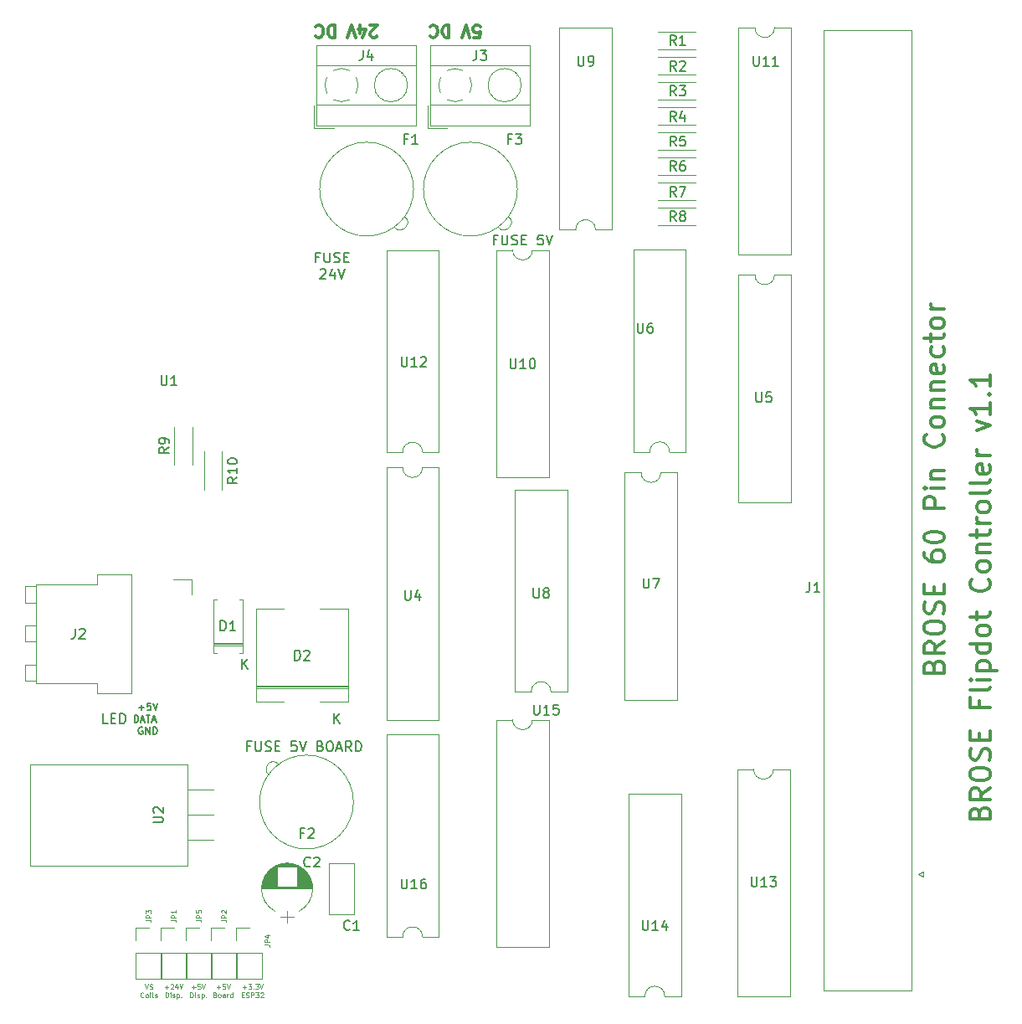
<source format=gbr>
G04 #@! TF.GenerationSoftware,KiCad,Pcbnew,5.1.5*
G04 #@! TF.CreationDate,2020-01-14T22:00:11+01:00*
G04 #@! TF.ProjectId,flipdot-brose,666c6970-646f-4742-9d62-726f73652e6b,rev?*
G04 #@! TF.SameCoordinates,Original*
G04 #@! TF.FileFunction,Legend,Top*
G04 #@! TF.FilePolarity,Positive*
%FSLAX46Y46*%
G04 Gerber Fmt 4.6, Leading zero omitted, Abs format (unit mm)*
G04 Created by KiCad (PCBNEW 5.1.5) date 2020-01-14 22:00:11*
%MOMM*%
%LPD*%
G04 APERTURE LIST*
%ADD10C,0.150000*%
%ADD11C,0.300000*%
%ADD12C,0.100000*%
%ADD13C,0.120000*%
G04 APERTURE END LIST*
D10*
X193640476Y-56603571D02*
X193307142Y-56603571D01*
X193307142Y-57127380D02*
X193307142Y-56127380D01*
X193783333Y-56127380D01*
X194164285Y-56127380D02*
X194164285Y-56936904D01*
X194211904Y-57032142D01*
X194259523Y-57079761D01*
X194354761Y-57127380D01*
X194545238Y-57127380D01*
X194640476Y-57079761D01*
X194688095Y-57032142D01*
X194735714Y-56936904D01*
X194735714Y-56127380D01*
X195164285Y-57079761D02*
X195307142Y-57127380D01*
X195545238Y-57127380D01*
X195640476Y-57079761D01*
X195688095Y-57032142D01*
X195735714Y-56936904D01*
X195735714Y-56841666D01*
X195688095Y-56746428D01*
X195640476Y-56698809D01*
X195545238Y-56651190D01*
X195354761Y-56603571D01*
X195259523Y-56555952D01*
X195211904Y-56508333D01*
X195164285Y-56413095D01*
X195164285Y-56317857D01*
X195211904Y-56222619D01*
X195259523Y-56175000D01*
X195354761Y-56127380D01*
X195592857Y-56127380D01*
X195735714Y-56175000D01*
X196164285Y-56603571D02*
X196497619Y-56603571D01*
X196640476Y-57127380D02*
X196164285Y-57127380D01*
X196164285Y-56127380D01*
X196640476Y-56127380D01*
X193759523Y-57872619D02*
X193807142Y-57825000D01*
X193902380Y-57777380D01*
X194140476Y-57777380D01*
X194235714Y-57825000D01*
X194283333Y-57872619D01*
X194330952Y-57967857D01*
X194330952Y-58063095D01*
X194283333Y-58205952D01*
X193711904Y-58777380D01*
X194330952Y-58777380D01*
X195188095Y-58110714D02*
X195188095Y-58777380D01*
X194950000Y-57729761D02*
X194711904Y-58444047D01*
X195330952Y-58444047D01*
X195569047Y-57777380D02*
X195902380Y-58777380D01*
X196235714Y-57777380D01*
D11*
X260457142Y-112761904D02*
X260552380Y-112476190D01*
X260647619Y-112380952D01*
X260838095Y-112285714D01*
X261123809Y-112285714D01*
X261314285Y-112380952D01*
X261409523Y-112476190D01*
X261504761Y-112666666D01*
X261504761Y-113428571D01*
X259504761Y-113428571D01*
X259504761Y-112761904D01*
X259600000Y-112571428D01*
X259695238Y-112476190D01*
X259885714Y-112380952D01*
X260076190Y-112380952D01*
X260266666Y-112476190D01*
X260361904Y-112571428D01*
X260457142Y-112761904D01*
X260457142Y-113428571D01*
X261504761Y-110285714D02*
X260552380Y-110952380D01*
X261504761Y-111428571D02*
X259504761Y-111428571D01*
X259504761Y-110666666D01*
X259600000Y-110476190D01*
X259695238Y-110380952D01*
X259885714Y-110285714D01*
X260171428Y-110285714D01*
X260361904Y-110380952D01*
X260457142Y-110476190D01*
X260552380Y-110666666D01*
X260552380Y-111428571D01*
X259504761Y-109047619D02*
X259504761Y-108666666D01*
X259600000Y-108476190D01*
X259790476Y-108285714D01*
X260171428Y-108190476D01*
X260838095Y-108190476D01*
X261219047Y-108285714D01*
X261409523Y-108476190D01*
X261504761Y-108666666D01*
X261504761Y-109047619D01*
X261409523Y-109238095D01*
X261219047Y-109428571D01*
X260838095Y-109523809D01*
X260171428Y-109523809D01*
X259790476Y-109428571D01*
X259600000Y-109238095D01*
X259504761Y-109047619D01*
X261409523Y-107428571D02*
X261504761Y-107142857D01*
X261504761Y-106666666D01*
X261409523Y-106476190D01*
X261314285Y-106380952D01*
X261123809Y-106285714D01*
X260933333Y-106285714D01*
X260742857Y-106380952D01*
X260647619Y-106476190D01*
X260552380Y-106666666D01*
X260457142Y-107047619D01*
X260361904Y-107238095D01*
X260266666Y-107333333D01*
X260076190Y-107428571D01*
X259885714Y-107428571D01*
X259695238Y-107333333D01*
X259600000Y-107238095D01*
X259504761Y-107047619D01*
X259504761Y-106571428D01*
X259600000Y-106285714D01*
X260457142Y-105428571D02*
X260457142Y-104761904D01*
X261504761Y-104476190D02*
X261504761Y-105428571D01*
X259504761Y-105428571D01*
X259504761Y-104476190D01*
X260457142Y-101428571D02*
X260457142Y-102095238D01*
X261504761Y-102095238D02*
X259504761Y-102095238D01*
X259504761Y-101142857D01*
X261504761Y-100095238D02*
X261409523Y-100285714D01*
X261219047Y-100380952D01*
X259504761Y-100380952D01*
X261504761Y-99333333D02*
X260171428Y-99333333D01*
X259504761Y-99333333D02*
X259600000Y-99428571D01*
X259695238Y-99333333D01*
X259600000Y-99238095D01*
X259504761Y-99333333D01*
X259695238Y-99333333D01*
X260171428Y-98380952D02*
X262171428Y-98380952D01*
X260266666Y-98380952D02*
X260171428Y-98190476D01*
X260171428Y-97809523D01*
X260266666Y-97619047D01*
X260361904Y-97523809D01*
X260552380Y-97428571D01*
X261123809Y-97428571D01*
X261314285Y-97523809D01*
X261409523Y-97619047D01*
X261504761Y-97809523D01*
X261504761Y-98190476D01*
X261409523Y-98380952D01*
X261504761Y-95714285D02*
X259504761Y-95714285D01*
X261409523Y-95714285D02*
X261504761Y-95904761D01*
X261504761Y-96285714D01*
X261409523Y-96476190D01*
X261314285Y-96571428D01*
X261123809Y-96666666D01*
X260552380Y-96666666D01*
X260361904Y-96571428D01*
X260266666Y-96476190D01*
X260171428Y-96285714D01*
X260171428Y-95904761D01*
X260266666Y-95714285D01*
X261504761Y-94476190D02*
X261409523Y-94666666D01*
X261314285Y-94761904D01*
X261123809Y-94857142D01*
X260552380Y-94857142D01*
X260361904Y-94761904D01*
X260266666Y-94666666D01*
X260171428Y-94476190D01*
X260171428Y-94190476D01*
X260266666Y-94000000D01*
X260361904Y-93904761D01*
X260552380Y-93809523D01*
X261123809Y-93809523D01*
X261314285Y-93904761D01*
X261409523Y-94000000D01*
X261504761Y-94190476D01*
X261504761Y-94476190D01*
X260171428Y-93238095D02*
X260171428Y-92476190D01*
X259504761Y-92952380D02*
X261219047Y-92952380D01*
X261409523Y-92857142D01*
X261504761Y-92666666D01*
X261504761Y-92476190D01*
X261314285Y-89142857D02*
X261409523Y-89238095D01*
X261504761Y-89523809D01*
X261504761Y-89714285D01*
X261409523Y-90000000D01*
X261219047Y-90190476D01*
X261028571Y-90285714D01*
X260647619Y-90380952D01*
X260361904Y-90380952D01*
X259980952Y-90285714D01*
X259790476Y-90190476D01*
X259600000Y-90000000D01*
X259504761Y-89714285D01*
X259504761Y-89523809D01*
X259600000Y-89238095D01*
X259695238Y-89142857D01*
X261504761Y-88000000D02*
X261409523Y-88190476D01*
X261314285Y-88285714D01*
X261123809Y-88380952D01*
X260552380Y-88380952D01*
X260361904Y-88285714D01*
X260266666Y-88190476D01*
X260171428Y-88000000D01*
X260171428Y-87714285D01*
X260266666Y-87523809D01*
X260361904Y-87428571D01*
X260552380Y-87333333D01*
X261123809Y-87333333D01*
X261314285Y-87428571D01*
X261409523Y-87523809D01*
X261504761Y-87714285D01*
X261504761Y-88000000D01*
X260171428Y-86476190D02*
X261504761Y-86476190D01*
X260361904Y-86476190D02*
X260266666Y-86380952D01*
X260171428Y-86190476D01*
X260171428Y-85904761D01*
X260266666Y-85714285D01*
X260457142Y-85619047D01*
X261504761Y-85619047D01*
X260171428Y-84952380D02*
X260171428Y-84190476D01*
X259504761Y-84666666D02*
X261219047Y-84666666D01*
X261409523Y-84571428D01*
X261504761Y-84380952D01*
X261504761Y-84190476D01*
X261504761Y-83523809D02*
X260171428Y-83523809D01*
X260552380Y-83523809D02*
X260361904Y-83428571D01*
X260266666Y-83333333D01*
X260171428Y-83142857D01*
X260171428Y-82952380D01*
X261504761Y-82000000D02*
X261409523Y-82190476D01*
X261314285Y-82285714D01*
X261123809Y-82380952D01*
X260552380Y-82380952D01*
X260361904Y-82285714D01*
X260266666Y-82190476D01*
X260171428Y-82000000D01*
X260171428Y-81714285D01*
X260266666Y-81523809D01*
X260361904Y-81428571D01*
X260552380Y-81333333D01*
X261123809Y-81333333D01*
X261314285Y-81428571D01*
X261409523Y-81523809D01*
X261504761Y-81714285D01*
X261504761Y-82000000D01*
X261504761Y-80190476D02*
X261409523Y-80380952D01*
X261219047Y-80476190D01*
X259504761Y-80476190D01*
X261504761Y-79142857D02*
X261409523Y-79333333D01*
X261219047Y-79428571D01*
X259504761Y-79428571D01*
X261409523Y-77619047D02*
X261504761Y-77809523D01*
X261504761Y-78190476D01*
X261409523Y-78380952D01*
X261219047Y-78476190D01*
X260457142Y-78476190D01*
X260266666Y-78380952D01*
X260171428Y-78190476D01*
X260171428Y-77809523D01*
X260266666Y-77619047D01*
X260457142Y-77523809D01*
X260647619Y-77523809D01*
X260838095Y-78476190D01*
X261504761Y-76666666D02*
X260171428Y-76666666D01*
X260552380Y-76666666D02*
X260361904Y-76571428D01*
X260266666Y-76476190D01*
X260171428Y-76285714D01*
X260171428Y-76095238D01*
X260171428Y-74095238D02*
X261504761Y-73619047D01*
X260171428Y-73142857D01*
X261504761Y-71333333D02*
X261504761Y-72476190D01*
X261504761Y-71904761D02*
X259504761Y-71904761D01*
X259790476Y-72095238D01*
X259980952Y-72285714D01*
X260076190Y-72476190D01*
X261314285Y-70476190D02*
X261409523Y-70380952D01*
X261504761Y-70476190D01*
X261409523Y-70571428D01*
X261314285Y-70476190D01*
X261504761Y-70476190D01*
X261504761Y-68476190D02*
X261504761Y-69619047D01*
X261504761Y-69047619D02*
X259504761Y-69047619D01*
X259790476Y-69238095D01*
X259980952Y-69428571D01*
X260076190Y-69619047D01*
X255807142Y-97957142D02*
X255902380Y-97671428D01*
X255997619Y-97576190D01*
X256188095Y-97480952D01*
X256473809Y-97480952D01*
X256664285Y-97576190D01*
X256759523Y-97671428D01*
X256854761Y-97861904D01*
X256854761Y-98623809D01*
X254854761Y-98623809D01*
X254854761Y-97957142D01*
X254950000Y-97766666D01*
X255045238Y-97671428D01*
X255235714Y-97576190D01*
X255426190Y-97576190D01*
X255616666Y-97671428D01*
X255711904Y-97766666D01*
X255807142Y-97957142D01*
X255807142Y-98623809D01*
X256854761Y-95480952D02*
X255902380Y-96147619D01*
X256854761Y-96623809D02*
X254854761Y-96623809D01*
X254854761Y-95861904D01*
X254950000Y-95671428D01*
X255045238Y-95576190D01*
X255235714Y-95480952D01*
X255521428Y-95480952D01*
X255711904Y-95576190D01*
X255807142Y-95671428D01*
X255902380Y-95861904D01*
X255902380Y-96623809D01*
X254854761Y-94242857D02*
X254854761Y-93861904D01*
X254950000Y-93671428D01*
X255140476Y-93480952D01*
X255521428Y-93385714D01*
X256188095Y-93385714D01*
X256569047Y-93480952D01*
X256759523Y-93671428D01*
X256854761Y-93861904D01*
X256854761Y-94242857D01*
X256759523Y-94433333D01*
X256569047Y-94623809D01*
X256188095Y-94719047D01*
X255521428Y-94719047D01*
X255140476Y-94623809D01*
X254950000Y-94433333D01*
X254854761Y-94242857D01*
X256759523Y-92623809D02*
X256854761Y-92338095D01*
X256854761Y-91861904D01*
X256759523Y-91671428D01*
X256664285Y-91576190D01*
X256473809Y-91480952D01*
X256283333Y-91480952D01*
X256092857Y-91576190D01*
X255997619Y-91671428D01*
X255902380Y-91861904D01*
X255807142Y-92242857D01*
X255711904Y-92433333D01*
X255616666Y-92528571D01*
X255426190Y-92623809D01*
X255235714Y-92623809D01*
X255045238Y-92528571D01*
X254950000Y-92433333D01*
X254854761Y-92242857D01*
X254854761Y-91766666D01*
X254950000Y-91480952D01*
X255807142Y-90623809D02*
X255807142Y-89957142D01*
X256854761Y-89671428D02*
X256854761Y-90623809D01*
X254854761Y-90623809D01*
X254854761Y-89671428D01*
X254854761Y-86433333D02*
X254854761Y-86814285D01*
X254950000Y-87004761D01*
X255045238Y-87100000D01*
X255330952Y-87290476D01*
X255711904Y-87385714D01*
X256473809Y-87385714D01*
X256664285Y-87290476D01*
X256759523Y-87195238D01*
X256854761Y-87004761D01*
X256854761Y-86623809D01*
X256759523Y-86433333D01*
X256664285Y-86338095D01*
X256473809Y-86242857D01*
X255997619Y-86242857D01*
X255807142Y-86338095D01*
X255711904Y-86433333D01*
X255616666Y-86623809D01*
X255616666Y-87004761D01*
X255711904Y-87195238D01*
X255807142Y-87290476D01*
X255997619Y-87385714D01*
X254854761Y-85004761D02*
X254854761Y-84814285D01*
X254950000Y-84623809D01*
X255045238Y-84528571D01*
X255235714Y-84433333D01*
X255616666Y-84338095D01*
X256092857Y-84338095D01*
X256473809Y-84433333D01*
X256664285Y-84528571D01*
X256759523Y-84623809D01*
X256854761Y-84814285D01*
X256854761Y-85004761D01*
X256759523Y-85195238D01*
X256664285Y-85290476D01*
X256473809Y-85385714D01*
X256092857Y-85480952D01*
X255616666Y-85480952D01*
X255235714Y-85385714D01*
X255045238Y-85290476D01*
X254950000Y-85195238D01*
X254854761Y-85004761D01*
X256854761Y-81957142D02*
X254854761Y-81957142D01*
X254854761Y-81195238D01*
X254950000Y-81004761D01*
X255045238Y-80909523D01*
X255235714Y-80814285D01*
X255521428Y-80814285D01*
X255711904Y-80909523D01*
X255807142Y-81004761D01*
X255902380Y-81195238D01*
X255902380Y-81957142D01*
X256854761Y-79957142D02*
X255521428Y-79957142D01*
X254854761Y-79957142D02*
X254950000Y-80052380D01*
X255045238Y-79957142D01*
X254950000Y-79861904D01*
X254854761Y-79957142D01*
X255045238Y-79957142D01*
X255521428Y-79004761D02*
X256854761Y-79004761D01*
X255711904Y-79004761D02*
X255616666Y-78909523D01*
X255521428Y-78719047D01*
X255521428Y-78433333D01*
X255616666Y-78242857D01*
X255807142Y-78147619D01*
X256854761Y-78147619D01*
X256664285Y-74528571D02*
X256759523Y-74623809D01*
X256854761Y-74909523D01*
X256854761Y-75100000D01*
X256759523Y-75385714D01*
X256569047Y-75576190D01*
X256378571Y-75671428D01*
X255997619Y-75766666D01*
X255711904Y-75766666D01*
X255330952Y-75671428D01*
X255140476Y-75576190D01*
X254950000Y-75385714D01*
X254854761Y-75100000D01*
X254854761Y-74909523D01*
X254950000Y-74623809D01*
X255045238Y-74528571D01*
X256854761Y-73385714D02*
X256759523Y-73576190D01*
X256664285Y-73671428D01*
X256473809Y-73766666D01*
X255902380Y-73766666D01*
X255711904Y-73671428D01*
X255616666Y-73576190D01*
X255521428Y-73385714D01*
X255521428Y-73100000D01*
X255616666Y-72909523D01*
X255711904Y-72814285D01*
X255902380Y-72719047D01*
X256473809Y-72719047D01*
X256664285Y-72814285D01*
X256759523Y-72909523D01*
X256854761Y-73100000D01*
X256854761Y-73385714D01*
X255521428Y-71861904D02*
X256854761Y-71861904D01*
X255711904Y-71861904D02*
X255616666Y-71766666D01*
X255521428Y-71576190D01*
X255521428Y-71290476D01*
X255616666Y-71100000D01*
X255807142Y-71004761D01*
X256854761Y-71004761D01*
X255521428Y-70052380D02*
X256854761Y-70052380D01*
X255711904Y-70052380D02*
X255616666Y-69957142D01*
X255521428Y-69766666D01*
X255521428Y-69480952D01*
X255616666Y-69290476D01*
X255807142Y-69195238D01*
X256854761Y-69195238D01*
X256759523Y-67480952D02*
X256854761Y-67671428D01*
X256854761Y-68052380D01*
X256759523Y-68242857D01*
X256569047Y-68338095D01*
X255807142Y-68338095D01*
X255616666Y-68242857D01*
X255521428Y-68052380D01*
X255521428Y-67671428D01*
X255616666Y-67480952D01*
X255807142Y-67385714D01*
X255997619Y-67385714D01*
X256188095Y-68338095D01*
X256759523Y-65671428D02*
X256854761Y-65861904D01*
X256854761Y-66242857D01*
X256759523Y-66433333D01*
X256664285Y-66528571D01*
X256473809Y-66623809D01*
X255902380Y-66623809D01*
X255711904Y-66528571D01*
X255616666Y-66433333D01*
X255521428Y-66242857D01*
X255521428Y-65861904D01*
X255616666Y-65671428D01*
X255521428Y-65100000D02*
X255521428Y-64338095D01*
X254854761Y-64814285D02*
X256569047Y-64814285D01*
X256759523Y-64719047D01*
X256854761Y-64528571D01*
X256854761Y-64338095D01*
X256854761Y-63385714D02*
X256759523Y-63576190D01*
X256664285Y-63671428D01*
X256473809Y-63766666D01*
X255902380Y-63766666D01*
X255711904Y-63671428D01*
X255616666Y-63576190D01*
X255521428Y-63385714D01*
X255521428Y-63100000D01*
X255616666Y-62909523D01*
X255711904Y-62814285D01*
X255902380Y-62719047D01*
X256473809Y-62719047D01*
X256664285Y-62814285D01*
X256759523Y-62909523D01*
X256854761Y-63100000D01*
X256854761Y-63385714D01*
X256854761Y-61861904D02*
X255521428Y-61861904D01*
X255902380Y-61861904D02*
X255711904Y-61766666D01*
X255616666Y-61671428D01*
X255521428Y-61480952D01*
X255521428Y-61290476D01*
D12*
X175995238Y-130101190D02*
X176161904Y-130601190D01*
X176328571Y-130101190D01*
X176471428Y-130577380D02*
X176542857Y-130601190D01*
X176661904Y-130601190D01*
X176709523Y-130577380D01*
X176733333Y-130553571D01*
X176757142Y-130505952D01*
X176757142Y-130458333D01*
X176733333Y-130410714D01*
X176709523Y-130386904D01*
X176661904Y-130363095D01*
X176566666Y-130339285D01*
X176519047Y-130315476D01*
X176495238Y-130291666D01*
X176471428Y-130244047D01*
X176471428Y-130196428D01*
X176495238Y-130148809D01*
X176519047Y-130125000D01*
X176566666Y-130101190D01*
X176685714Y-130101190D01*
X176757142Y-130125000D01*
X175876190Y-131403571D02*
X175852380Y-131427380D01*
X175780952Y-131451190D01*
X175733333Y-131451190D01*
X175661904Y-131427380D01*
X175614285Y-131379761D01*
X175590476Y-131332142D01*
X175566666Y-131236904D01*
X175566666Y-131165476D01*
X175590476Y-131070238D01*
X175614285Y-131022619D01*
X175661904Y-130975000D01*
X175733333Y-130951190D01*
X175780952Y-130951190D01*
X175852380Y-130975000D01*
X175876190Y-130998809D01*
X176161904Y-131451190D02*
X176114285Y-131427380D01*
X176090476Y-131403571D01*
X176066666Y-131355952D01*
X176066666Y-131213095D01*
X176090476Y-131165476D01*
X176114285Y-131141666D01*
X176161904Y-131117857D01*
X176233333Y-131117857D01*
X176280952Y-131141666D01*
X176304761Y-131165476D01*
X176328571Y-131213095D01*
X176328571Y-131355952D01*
X176304761Y-131403571D01*
X176280952Y-131427380D01*
X176233333Y-131451190D01*
X176161904Y-131451190D01*
X176542857Y-131451190D02*
X176542857Y-131117857D01*
X176542857Y-130951190D02*
X176519047Y-130975000D01*
X176542857Y-130998809D01*
X176566666Y-130975000D01*
X176542857Y-130951190D01*
X176542857Y-130998809D01*
X176852380Y-131451190D02*
X176804761Y-131427380D01*
X176780952Y-131379761D01*
X176780952Y-130951190D01*
X177019047Y-131427380D02*
X177066666Y-131451190D01*
X177161904Y-131451190D01*
X177209523Y-131427380D01*
X177233333Y-131379761D01*
X177233333Y-131355952D01*
X177209523Y-131308333D01*
X177161904Y-131284523D01*
X177090476Y-131284523D01*
X177042857Y-131260714D01*
X177019047Y-131213095D01*
X177019047Y-131189285D01*
X177042857Y-131141666D01*
X177090476Y-131117857D01*
X177161904Y-131117857D01*
X177209523Y-131141666D01*
X178019047Y-130410714D02*
X178400000Y-130410714D01*
X178209523Y-130601190D02*
X178209523Y-130220238D01*
X178614285Y-130148809D02*
X178638095Y-130125000D01*
X178685714Y-130101190D01*
X178804761Y-130101190D01*
X178852380Y-130125000D01*
X178876190Y-130148809D01*
X178900000Y-130196428D01*
X178900000Y-130244047D01*
X178876190Y-130315476D01*
X178590476Y-130601190D01*
X178900000Y-130601190D01*
X179328571Y-130267857D02*
X179328571Y-130601190D01*
X179209523Y-130077380D02*
X179090476Y-130434523D01*
X179400000Y-130434523D01*
X179519047Y-130101190D02*
X179685714Y-130601190D01*
X179852380Y-130101190D01*
X178102380Y-131451190D02*
X178102380Y-130951190D01*
X178221428Y-130951190D01*
X178292857Y-130975000D01*
X178340476Y-131022619D01*
X178364285Y-131070238D01*
X178388095Y-131165476D01*
X178388095Y-131236904D01*
X178364285Y-131332142D01*
X178340476Y-131379761D01*
X178292857Y-131427380D01*
X178221428Y-131451190D01*
X178102380Y-131451190D01*
X178602380Y-131451190D02*
X178602380Y-131117857D01*
X178602380Y-130951190D02*
X178578571Y-130975000D01*
X178602380Y-130998809D01*
X178626190Y-130975000D01*
X178602380Y-130951190D01*
X178602380Y-130998809D01*
X178816666Y-131427380D02*
X178864285Y-131451190D01*
X178959523Y-131451190D01*
X179007142Y-131427380D01*
X179030952Y-131379761D01*
X179030952Y-131355952D01*
X179007142Y-131308333D01*
X178959523Y-131284523D01*
X178888095Y-131284523D01*
X178840476Y-131260714D01*
X178816666Y-131213095D01*
X178816666Y-131189285D01*
X178840476Y-131141666D01*
X178888095Y-131117857D01*
X178959523Y-131117857D01*
X179007142Y-131141666D01*
X179245238Y-131117857D02*
X179245238Y-131617857D01*
X179245238Y-131141666D02*
X179292857Y-131117857D01*
X179388095Y-131117857D01*
X179435714Y-131141666D01*
X179459523Y-131165476D01*
X179483333Y-131213095D01*
X179483333Y-131355952D01*
X179459523Y-131403571D01*
X179435714Y-131427380D01*
X179388095Y-131451190D01*
X179292857Y-131451190D01*
X179245238Y-131427380D01*
X179697619Y-131403571D02*
X179721428Y-131427380D01*
X179697619Y-131451190D01*
X179673809Y-131427380D01*
X179697619Y-131403571D01*
X179697619Y-131451190D01*
X185900000Y-130410714D02*
X186280952Y-130410714D01*
X186090476Y-130601190D02*
X186090476Y-130220238D01*
X186471428Y-130101190D02*
X186780952Y-130101190D01*
X186614285Y-130291666D01*
X186685714Y-130291666D01*
X186733333Y-130315476D01*
X186757142Y-130339285D01*
X186780952Y-130386904D01*
X186780952Y-130505952D01*
X186757142Y-130553571D01*
X186733333Y-130577380D01*
X186685714Y-130601190D01*
X186542857Y-130601190D01*
X186495238Y-130577380D01*
X186471428Y-130553571D01*
X186995238Y-130553571D02*
X187019047Y-130577380D01*
X186995238Y-130601190D01*
X186971428Y-130577380D01*
X186995238Y-130553571D01*
X186995238Y-130601190D01*
X187185714Y-130101190D02*
X187495238Y-130101190D01*
X187328571Y-130291666D01*
X187400000Y-130291666D01*
X187447619Y-130315476D01*
X187471428Y-130339285D01*
X187495238Y-130386904D01*
X187495238Y-130505952D01*
X187471428Y-130553571D01*
X187447619Y-130577380D01*
X187400000Y-130601190D01*
X187257142Y-130601190D01*
X187209523Y-130577380D01*
X187185714Y-130553571D01*
X187638095Y-130101190D02*
X187804761Y-130601190D01*
X187971428Y-130101190D01*
X185828571Y-131189285D02*
X185995238Y-131189285D01*
X186066666Y-131451190D02*
X185828571Y-131451190D01*
X185828571Y-130951190D01*
X186066666Y-130951190D01*
X186257142Y-131427380D02*
X186328571Y-131451190D01*
X186447619Y-131451190D01*
X186495238Y-131427380D01*
X186519047Y-131403571D01*
X186542857Y-131355952D01*
X186542857Y-131308333D01*
X186519047Y-131260714D01*
X186495238Y-131236904D01*
X186447619Y-131213095D01*
X186352380Y-131189285D01*
X186304761Y-131165476D01*
X186280952Y-131141666D01*
X186257142Y-131094047D01*
X186257142Y-131046428D01*
X186280952Y-130998809D01*
X186304761Y-130975000D01*
X186352380Y-130951190D01*
X186471428Y-130951190D01*
X186542857Y-130975000D01*
X186757142Y-131451190D02*
X186757142Y-130951190D01*
X186947619Y-130951190D01*
X186995238Y-130975000D01*
X187019047Y-130998809D01*
X187042857Y-131046428D01*
X187042857Y-131117857D01*
X187019047Y-131165476D01*
X186995238Y-131189285D01*
X186947619Y-131213095D01*
X186757142Y-131213095D01*
X187209523Y-130951190D02*
X187519047Y-130951190D01*
X187352380Y-131141666D01*
X187423809Y-131141666D01*
X187471428Y-131165476D01*
X187495238Y-131189285D01*
X187519047Y-131236904D01*
X187519047Y-131355952D01*
X187495238Y-131403571D01*
X187471428Y-131427380D01*
X187423809Y-131451190D01*
X187280952Y-131451190D01*
X187233333Y-131427380D01*
X187209523Y-131403571D01*
X187709523Y-130998809D02*
X187733333Y-130975000D01*
X187780952Y-130951190D01*
X187900000Y-130951190D01*
X187947619Y-130975000D01*
X187971428Y-130998809D01*
X187995238Y-131046428D01*
X187995238Y-131094047D01*
X187971428Y-131165476D01*
X187685714Y-131451190D01*
X187995238Y-131451190D01*
X183257142Y-130410714D02*
X183638095Y-130410714D01*
X183447619Y-130601190D02*
X183447619Y-130220238D01*
X184114285Y-130101190D02*
X183876190Y-130101190D01*
X183852380Y-130339285D01*
X183876190Y-130315476D01*
X183923809Y-130291666D01*
X184042857Y-130291666D01*
X184090476Y-130315476D01*
X184114285Y-130339285D01*
X184138095Y-130386904D01*
X184138095Y-130505952D01*
X184114285Y-130553571D01*
X184090476Y-130577380D01*
X184042857Y-130601190D01*
X183923809Y-130601190D01*
X183876190Y-130577380D01*
X183852380Y-130553571D01*
X184280952Y-130101190D02*
X184447619Y-130601190D01*
X184614285Y-130101190D01*
X183102380Y-131189285D02*
X183173809Y-131213095D01*
X183197619Y-131236904D01*
X183221428Y-131284523D01*
X183221428Y-131355952D01*
X183197619Y-131403571D01*
X183173809Y-131427380D01*
X183126190Y-131451190D01*
X182935714Y-131451190D01*
X182935714Y-130951190D01*
X183102380Y-130951190D01*
X183150000Y-130975000D01*
X183173809Y-130998809D01*
X183197619Y-131046428D01*
X183197619Y-131094047D01*
X183173809Y-131141666D01*
X183150000Y-131165476D01*
X183102380Y-131189285D01*
X182935714Y-131189285D01*
X183507142Y-131451190D02*
X183459523Y-131427380D01*
X183435714Y-131403571D01*
X183411904Y-131355952D01*
X183411904Y-131213095D01*
X183435714Y-131165476D01*
X183459523Y-131141666D01*
X183507142Y-131117857D01*
X183578571Y-131117857D01*
X183626190Y-131141666D01*
X183650000Y-131165476D01*
X183673809Y-131213095D01*
X183673809Y-131355952D01*
X183650000Y-131403571D01*
X183626190Y-131427380D01*
X183578571Y-131451190D01*
X183507142Y-131451190D01*
X184102380Y-131451190D02*
X184102380Y-131189285D01*
X184078571Y-131141666D01*
X184030952Y-131117857D01*
X183935714Y-131117857D01*
X183888095Y-131141666D01*
X184102380Y-131427380D02*
X184054761Y-131451190D01*
X183935714Y-131451190D01*
X183888095Y-131427380D01*
X183864285Y-131379761D01*
X183864285Y-131332142D01*
X183888095Y-131284523D01*
X183935714Y-131260714D01*
X184054761Y-131260714D01*
X184102380Y-131236904D01*
X184340476Y-131451190D02*
X184340476Y-131117857D01*
X184340476Y-131213095D02*
X184364285Y-131165476D01*
X184388095Y-131141666D01*
X184435714Y-131117857D01*
X184483333Y-131117857D01*
X184864285Y-131451190D02*
X184864285Y-130951190D01*
X184864285Y-131427380D02*
X184816666Y-131451190D01*
X184721428Y-131451190D01*
X184673809Y-131427380D01*
X184650000Y-131403571D01*
X184626190Y-131355952D01*
X184626190Y-131213095D01*
X184650000Y-131165476D01*
X184673809Y-131141666D01*
X184721428Y-131117857D01*
X184816666Y-131117857D01*
X184864285Y-131141666D01*
X180757142Y-130410714D02*
X181138095Y-130410714D01*
X180947619Y-130601190D02*
X180947619Y-130220238D01*
X181614285Y-130101190D02*
X181376190Y-130101190D01*
X181352380Y-130339285D01*
X181376190Y-130315476D01*
X181423809Y-130291666D01*
X181542857Y-130291666D01*
X181590476Y-130315476D01*
X181614285Y-130339285D01*
X181638095Y-130386904D01*
X181638095Y-130505952D01*
X181614285Y-130553571D01*
X181590476Y-130577380D01*
X181542857Y-130601190D01*
X181423809Y-130601190D01*
X181376190Y-130577380D01*
X181352380Y-130553571D01*
X181780952Y-130101190D02*
X181947619Y-130601190D01*
X182114285Y-130101190D01*
X180602380Y-131451190D02*
X180602380Y-130951190D01*
X180721428Y-130951190D01*
X180792857Y-130975000D01*
X180840476Y-131022619D01*
X180864285Y-131070238D01*
X180888095Y-131165476D01*
X180888095Y-131236904D01*
X180864285Y-131332142D01*
X180840476Y-131379761D01*
X180792857Y-131427380D01*
X180721428Y-131451190D01*
X180602380Y-131451190D01*
X181102380Y-131451190D02*
X181102380Y-131117857D01*
X181102380Y-130951190D02*
X181078571Y-130975000D01*
X181102380Y-130998809D01*
X181126190Y-130975000D01*
X181102380Y-130951190D01*
X181102380Y-130998809D01*
X181316666Y-131427380D02*
X181364285Y-131451190D01*
X181459523Y-131451190D01*
X181507142Y-131427380D01*
X181530952Y-131379761D01*
X181530952Y-131355952D01*
X181507142Y-131308333D01*
X181459523Y-131284523D01*
X181388095Y-131284523D01*
X181340476Y-131260714D01*
X181316666Y-131213095D01*
X181316666Y-131189285D01*
X181340476Y-131141666D01*
X181388095Y-131117857D01*
X181459523Y-131117857D01*
X181507142Y-131141666D01*
X181745238Y-131117857D02*
X181745238Y-131617857D01*
X181745238Y-131141666D02*
X181792857Y-131117857D01*
X181888095Y-131117857D01*
X181935714Y-131141666D01*
X181959523Y-131165476D01*
X181983333Y-131213095D01*
X181983333Y-131355952D01*
X181959523Y-131403571D01*
X181935714Y-131427380D01*
X181888095Y-131451190D01*
X181792857Y-131451190D01*
X181745238Y-131427380D01*
X182197619Y-131403571D02*
X182221428Y-131427380D01*
X182197619Y-131451190D01*
X182173809Y-131427380D01*
X182197619Y-131403571D01*
X182197619Y-131451190D01*
D10*
X172257142Y-103752380D02*
X171780952Y-103752380D01*
X171780952Y-102752380D01*
X172590476Y-103228571D02*
X172923809Y-103228571D01*
X173066666Y-103752380D02*
X172590476Y-103752380D01*
X172590476Y-102752380D01*
X173066666Y-102752380D01*
X173495238Y-103752380D02*
X173495238Y-102752380D01*
X173733333Y-102752380D01*
X173876190Y-102800000D01*
X173971428Y-102895238D01*
X174019047Y-102990476D01*
X174066666Y-103180952D01*
X174066666Y-103323809D01*
X174019047Y-103514285D01*
X173971428Y-103609523D01*
X173876190Y-103704761D01*
X173733333Y-103752380D01*
X173495238Y-103752380D01*
X175766666Y-104150000D02*
X175700000Y-104116666D01*
X175600000Y-104116666D01*
X175500000Y-104150000D01*
X175433333Y-104216666D01*
X175400000Y-104283333D01*
X175366666Y-104416666D01*
X175366666Y-104516666D01*
X175400000Y-104650000D01*
X175433333Y-104716666D01*
X175500000Y-104783333D01*
X175600000Y-104816666D01*
X175666666Y-104816666D01*
X175766666Y-104783333D01*
X175800000Y-104750000D01*
X175800000Y-104516666D01*
X175666666Y-104516666D01*
X176100000Y-104816666D02*
X176100000Y-104116666D01*
X176500000Y-104816666D01*
X176500000Y-104116666D01*
X176833333Y-104816666D02*
X176833333Y-104116666D01*
X177000000Y-104116666D01*
X177100000Y-104150000D01*
X177166666Y-104216666D01*
X177200000Y-104283333D01*
X177233333Y-104416666D01*
X177233333Y-104516666D01*
X177200000Y-104650000D01*
X177166666Y-104716666D01*
X177100000Y-104783333D01*
X177000000Y-104816666D01*
X176833333Y-104816666D01*
X174950000Y-103616666D02*
X174950000Y-102916666D01*
X175116666Y-102916666D01*
X175216666Y-102950000D01*
X175283333Y-103016666D01*
X175316666Y-103083333D01*
X175350000Y-103216666D01*
X175350000Y-103316666D01*
X175316666Y-103450000D01*
X175283333Y-103516666D01*
X175216666Y-103583333D01*
X175116666Y-103616666D01*
X174950000Y-103616666D01*
X175616666Y-103416666D02*
X175950000Y-103416666D01*
X175550000Y-103616666D02*
X175783333Y-102916666D01*
X176016666Y-103616666D01*
X176150000Y-102916666D02*
X176550000Y-102916666D01*
X176350000Y-103616666D02*
X176350000Y-102916666D01*
X176750000Y-103416666D02*
X177083333Y-103416666D01*
X176683333Y-103616666D02*
X176916666Y-102916666D01*
X177150000Y-103616666D01*
X175400000Y-102150000D02*
X175933333Y-102150000D01*
X175666666Y-102416666D02*
X175666666Y-101883333D01*
X176600000Y-101716666D02*
X176266666Y-101716666D01*
X176233333Y-102050000D01*
X176266666Y-102016666D01*
X176333333Y-101983333D01*
X176500000Y-101983333D01*
X176566666Y-102016666D01*
X176600000Y-102050000D01*
X176633333Y-102116666D01*
X176633333Y-102283333D01*
X176600000Y-102350000D01*
X176566666Y-102383333D01*
X176500000Y-102416666D01*
X176333333Y-102416666D01*
X176266666Y-102383333D01*
X176233333Y-102350000D01*
X176833333Y-101716666D02*
X177066666Y-102416666D01*
X177300000Y-101716666D01*
X211604761Y-54828571D02*
X211271428Y-54828571D01*
X211271428Y-55352380D02*
X211271428Y-54352380D01*
X211747619Y-54352380D01*
X212128571Y-54352380D02*
X212128571Y-55161904D01*
X212176190Y-55257142D01*
X212223809Y-55304761D01*
X212319047Y-55352380D01*
X212509523Y-55352380D01*
X212604761Y-55304761D01*
X212652380Y-55257142D01*
X212700000Y-55161904D01*
X212700000Y-54352380D01*
X213128571Y-55304761D02*
X213271428Y-55352380D01*
X213509523Y-55352380D01*
X213604761Y-55304761D01*
X213652380Y-55257142D01*
X213700000Y-55161904D01*
X213700000Y-55066666D01*
X213652380Y-54971428D01*
X213604761Y-54923809D01*
X213509523Y-54876190D01*
X213319047Y-54828571D01*
X213223809Y-54780952D01*
X213176190Y-54733333D01*
X213128571Y-54638095D01*
X213128571Y-54542857D01*
X213176190Y-54447619D01*
X213223809Y-54400000D01*
X213319047Y-54352380D01*
X213557142Y-54352380D01*
X213700000Y-54400000D01*
X214128571Y-54828571D02*
X214461904Y-54828571D01*
X214604761Y-55352380D02*
X214128571Y-55352380D01*
X214128571Y-54352380D01*
X214604761Y-54352380D01*
X216271428Y-54352380D02*
X215795238Y-54352380D01*
X215747619Y-54828571D01*
X215795238Y-54780952D01*
X215890476Y-54733333D01*
X216128571Y-54733333D01*
X216223809Y-54780952D01*
X216271428Y-54828571D01*
X216319047Y-54923809D01*
X216319047Y-55161904D01*
X216271428Y-55257142D01*
X216223809Y-55304761D01*
X216128571Y-55352380D01*
X215890476Y-55352380D01*
X215795238Y-55304761D01*
X215747619Y-55257142D01*
X216604761Y-54352380D02*
X216938095Y-55352380D01*
X217271428Y-54352380D01*
X186671428Y-106028571D02*
X186338095Y-106028571D01*
X186338095Y-106552380D02*
X186338095Y-105552380D01*
X186814285Y-105552380D01*
X187195238Y-105552380D02*
X187195238Y-106361904D01*
X187242857Y-106457142D01*
X187290476Y-106504761D01*
X187385714Y-106552380D01*
X187576190Y-106552380D01*
X187671428Y-106504761D01*
X187719047Y-106457142D01*
X187766666Y-106361904D01*
X187766666Y-105552380D01*
X188195238Y-106504761D02*
X188338095Y-106552380D01*
X188576190Y-106552380D01*
X188671428Y-106504761D01*
X188719047Y-106457142D01*
X188766666Y-106361904D01*
X188766666Y-106266666D01*
X188719047Y-106171428D01*
X188671428Y-106123809D01*
X188576190Y-106076190D01*
X188385714Y-106028571D01*
X188290476Y-105980952D01*
X188242857Y-105933333D01*
X188195238Y-105838095D01*
X188195238Y-105742857D01*
X188242857Y-105647619D01*
X188290476Y-105600000D01*
X188385714Y-105552380D01*
X188623809Y-105552380D01*
X188766666Y-105600000D01*
X189195238Y-106028571D02*
X189528571Y-106028571D01*
X189671428Y-106552380D02*
X189195238Y-106552380D01*
X189195238Y-105552380D01*
X189671428Y-105552380D01*
X191338095Y-105552380D02*
X190861904Y-105552380D01*
X190814285Y-106028571D01*
X190861904Y-105980952D01*
X190957142Y-105933333D01*
X191195238Y-105933333D01*
X191290476Y-105980952D01*
X191338095Y-106028571D01*
X191385714Y-106123809D01*
X191385714Y-106361904D01*
X191338095Y-106457142D01*
X191290476Y-106504761D01*
X191195238Y-106552380D01*
X190957142Y-106552380D01*
X190861904Y-106504761D01*
X190814285Y-106457142D01*
X191671428Y-105552380D02*
X192004761Y-106552380D01*
X192338095Y-105552380D01*
X193766666Y-106028571D02*
X193909523Y-106076190D01*
X193957142Y-106123809D01*
X194004761Y-106219047D01*
X194004761Y-106361904D01*
X193957142Y-106457142D01*
X193909523Y-106504761D01*
X193814285Y-106552380D01*
X193433333Y-106552380D01*
X193433333Y-105552380D01*
X193766666Y-105552380D01*
X193861904Y-105600000D01*
X193909523Y-105647619D01*
X193957142Y-105742857D01*
X193957142Y-105838095D01*
X193909523Y-105933333D01*
X193861904Y-105980952D01*
X193766666Y-106028571D01*
X193433333Y-106028571D01*
X194623809Y-105552380D02*
X194814285Y-105552380D01*
X194909523Y-105600000D01*
X195004761Y-105695238D01*
X195052380Y-105885714D01*
X195052380Y-106219047D01*
X195004761Y-106409523D01*
X194909523Y-106504761D01*
X194814285Y-106552380D01*
X194623809Y-106552380D01*
X194528571Y-106504761D01*
X194433333Y-106409523D01*
X194385714Y-106219047D01*
X194385714Y-105885714D01*
X194433333Y-105695238D01*
X194528571Y-105600000D01*
X194623809Y-105552380D01*
X195433333Y-106266666D02*
X195909523Y-106266666D01*
X195338095Y-106552380D02*
X195671428Y-105552380D01*
X196004761Y-106552380D01*
X196909523Y-106552380D02*
X196576190Y-106076190D01*
X196338095Y-106552380D02*
X196338095Y-105552380D01*
X196719047Y-105552380D01*
X196814285Y-105600000D01*
X196861904Y-105647619D01*
X196909523Y-105742857D01*
X196909523Y-105885714D01*
X196861904Y-105980952D01*
X196814285Y-106028571D01*
X196719047Y-106076190D01*
X196338095Y-106076190D01*
X197338095Y-106552380D02*
X197338095Y-105552380D01*
X197576190Y-105552380D01*
X197719047Y-105600000D01*
X197814285Y-105695238D01*
X197861904Y-105790476D01*
X197909523Y-105980952D01*
X197909523Y-106123809D01*
X197861904Y-106314285D01*
X197814285Y-106409523D01*
X197719047Y-106504761D01*
X197576190Y-106552380D01*
X197338095Y-106552380D01*
D11*
X209285714Y-34357142D02*
X209857142Y-34357142D01*
X209914285Y-33785714D01*
X209857142Y-33842857D01*
X209742857Y-33900000D01*
X209457142Y-33900000D01*
X209342857Y-33842857D01*
X209285714Y-33785714D01*
X209228571Y-33671428D01*
X209228571Y-33385714D01*
X209285714Y-33271428D01*
X209342857Y-33214285D01*
X209457142Y-33157142D01*
X209742857Y-33157142D01*
X209857142Y-33214285D01*
X209914285Y-33271428D01*
X208885714Y-34357142D02*
X208485714Y-33157142D01*
X208085714Y-34357142D01*
X206771428Y-33157142D02*
X206771428Y-34357142D01*
X206485714Y-34357142D01*
X206314285Y-34300000D01*
X206200000Y-34185714D01*
X206142857Y-34071428D01*
X206085714Y-33842857D01*
X206085714Y-33671428D01*
X206142857Y-33442857D01*
X206200000Y-33328571D01*
X206314285Y-33214285D01*
X206485714Y-33157142D01*
X206771428Y-33157142D01*
X204885714Y-33271428D02*
X204942857Y-33214285D01*
X205114285Y-33157142D01*
X205228571Y-33157142D01*
X205400000Y-33214285D01*
X205514285Y-33328571D01*
X205571428Y-33442857D01*
X205628571Y-33671428D01*
X205628571Y-33842857D01*
X205571428Y-34071428D01*
X205514285Y-34185714D01*
X205400000Y-34300000D01*
X205228571Y-34357142D01*
X205114285Y-34357142D01*
X204942857Y-34300000D01*
X204885714Y-34242857D01*
X199485714Y-34242857D02*
X199428571Y-34300000D01*
X199314285Y-34357142D01*
X199028571Y-34357142D01*
X198914285Y-34300000D01*
X198857142Y-34242857D01*
X198800000Y-34128571D01*
X198800000Y-34014285D01*
X198857142Y-33842857D01*
X199542857Y-33157142D01*
X198800000Y-33157142D01*
X197771428Y-33957142D02*
X197771428Y-33157142D01*
X198057142Y-34414285D02*
X198342857Y-33557142D01*
X197600000Y-33557142D01*
X197314285Y-34357142D02*
X196914285Y-33157142D01*
X196514285Y-34357142D01*
X195200000Y-33157142D02*
X195200000Y-34357142D01*
X194914285Y-34357142D01*
X194742857Y-34300000D01*
X194628571Y-34185714D01*
X194571428Y-34071428D01*
X194514285Y-33842857D01*
X194514285Y-33671428D01*
X194571428Y-33442857D01*
X194628571Y-33328571D01*
X194742857Y-33214285D01*
X194914285Y-33157142D01*
X195200000Y-33157142D01*
X193314285Y-33271428D02*
X193371428Y-33214285D01*
X193542857Y-33157142D01*
X193657142Y-33157142D01*
X193828571Y-33214285D01*
X193942857Y-33328571D01*
X194000000Y-33442857D01*
X194057142Y-33671428D01*
X194057142Y-33842857D01*
X194000000Y-34071428D01*
X193942857Y-34185714D01*
X193828571Y-34300000D01*
X193657142Y-34357142D01*
X193542857Y-34357142D01*
X193371428Y-34300000D01*
X193314285Y-34242857D01*
D13*
X177610000Y-124370000D02*
X178940000Y-124370000D01*
X177610000Y-125700000D02*
X177610000Y-124370000D01*
X177610000Y-126970000D02*
X180270000Y-126970000D01*
X180270000Y-126970000D02*
X180270000Y-129570000D01*
X177610000Y-126970000D02*
X177610000Y-129570000D01*
X177610000Y-129570000D02*
X180270000Y-129570000D01*
X182690000Y-129570000D02*
X185350000Y-129570000D01*
X182690000Y-126970000D02*
X182690000Y-129570000D01*
X185350000Y-126970000D02*
X185350000Y-129570000D01*
X182690000Y-126970000D02*
X185350000Y-126970000D01*
X182690000Y-125700000D02*
X182690000Y-124370000D01*
X182690000Y-124370000D02*
X184020000Y-124370000D01*
X175070000Y-129570000D02*
X177730000Y-129570000D01*
X175070000Y-126970000D02*
X175070000Y-129570000D01*
X177730000Y-126970000D02*
X177730000Y-129570000D01*
X175070000Y-126970000D02*
X177730000Y-126970000D01*
X175070000Y-125700000D02*
X175070000Y-124370000D01*
X175070000Y-124370000D02*
X176400000Y-124370000D01*
X185230000Y-124370000D02*
X186560000Y-124370000D01*
X185230000Y-125700000D02*
X185230000Y-124370000D01*
X185230000Y-126970000D02*
X187890000Y-126970000D01*
X187890000Y-126970000D02*
X187890000Y-129570000D01*
X185230000Y-126970000D02*
X185230000Y-129570000D01*
X185230000Y-129570000D02*
X187890000Y-129570000D01*
X180150000Y-129570000D02*
X182810000Y-129570000D01*
X180150000Y-126970000D02*
X180150000Y-129570000D01*
X182810000Y-126970000D02*
X182810000Y-129570000D01*
X180150000Y-126970000D02*
X182810000Y-126970000D01*
X180150000Y-125700000D02*
X180150000Y-124370000D01*
X180150000Y-124370000D02*
X181480000Y-124370000D01*
X216860000Y-103370000D02*
X215210000Y-103370000D01*
X216860000Y-126350000D02*
X216860000Y-103370000D01*
X211560000Y-126350000D02*
X216860000Y-126350000D01*
X211560000Y-103370000D02*
X211560000Y-126350000D01*
X213210000Y-103370000D02*
X211560000Y-103370000D01*
X215210000Y-103370000D02*
G75*
G02X213210000Y-103370000I-1000000J0D01*
G01*
X254718000Y-118746000D02*
X254210000Y-119000000D01*
X254718000Y-119254000D02*
X254718000Y-118746000D01*
X254210000Y-119000000D02*
X254718000Y-119254000D01*
X244690000Y-130740000D02*
X244690000Y-33600000D01*
X244690000Y-130740000D02*
X253570000Y-130740000D01*
X253570000Y-33600000D02*
X244690000Y-33600000D01*
X253570000Y-33600000D02*
X253570000Y-130740000D01*
X183260000Y-96610000D02*
X182930000Y-96610000D01*
X182930000Y-96610000D02*
X182930000Y-91170000D01*
X182930000Y-91170000D02*
X183260000Y-91170000D01*
X185540000Y-96610000D02*
X185870000Y-96610000D01*
X185870000Y-96610000D02*
X185870000Y-91170000D01*
X185870000Y-91170000D02*
X185540000Y-91170000D01*
X182930000Y-95710000D02*
X185870000Y-95710000D01*
X182930000Y-95590000D02*
X185870000Y-95590000D01*
X182930000Y-95830000D02*
X185870000Y-95830000D01*
X231740000Y-35620000D02*
X227900000Y-35620000D01*
X231740000Y-33780000D02*
X227900000Y-33780000D01*
X231740000Y-36320000D02*
X227900000Y-36320000D01*
X231740000Y-38160000D02*
X227900000Y-38160000D01*
X231740000Y-40700000D02*
X227900000Y-40700000D01*
X231740000Y-38860000D02*
X227900000Y-38860000D01*
X231740000Y-41400000D02*
X227900000Y-41400000D01*
X231740000Y-43240000D02*
X227900000Y-43240000D01*
X231740000Y-43940000D02*
X227900000Y-43940000D01*
X231740000Y-45780000D02*
X227900000Y-45780000D01*
X231740000Y-48320000D02*
X227900000Y-48320000D01*
X231740000Y-46480000D02*
X227900000Y-46480000D01*
X231740000Y-49020000D02*
X227900000Y-49020000D01*
X231740000Y-50860000D02*
X227900000Y-50860000D01*
X231740000Y-53400000D02*
X227900000Y-53400000D01*
X231740000Y-51560000D02*
X227900000Y-51560000D01*
X204090000Y-77870000D02*
G75*
G02X202090000Y-77870000I-1000000J0D01*
G01*
X202090000Y-77870000D02*
X200440000Y-77870000D01*
X200440000Y-77870000D02*
X200440000Y-103390000D01*
X200440000Y-103390000D02*
X205740000Y-103390000D01*
X205740000Y-103390000D02*
X205740000Y-77870000D01*
X205740000Y-77870000D02*
X204090000Y-77870000D01*
X241360000Y-58370000D02*
X239710000Y-58370000D01*
X241360000Y-81350000D02*
X241360000Y-58370000D01*
X236060000Y-81350000D02*
X241360000Y-81350000D01*
X236060000Y-58370000D02*
X236060000Y-81350000D01*
X237710000Y-58370000D02*
X236060000Y-58370000D01*
X239710000Y-58370000D02*
G75*
G02X237710000Y-58370000I-1000000J0D01*
G01*
X227090000Y-76270000D02*
G75*
G02X229090000Y-76270000I1000000J0D01*
G01*
X229090000Y-76270000D02*
X230740000Y-76270000D01*
X230740000Y-76270000D02*
X230740000Y-55830000D01*
X230740000Y-55830000D02*
X225440000Y-55830000D01*
X225440000Y-55830000D02*
X225440000Y-76270000D01*
X225440000Y-76270000D02*
X227090000Y-76270000D01*
X228210000Y-78370000D02*
G75*
G02X226210000Y-78370000I-1000000J0D01*
G01*
X226210000Y-78370000D02*
X224560000Y-78370000D01*
X224560000Y-78370000D02*
X224560000Y-101350000D01*
X224560000Y-101350000D02*
X229860000Y-101350000D01*
X229860000Y-101350000D02*
X229860000Y-78370000D01*
X229860000Y-78370000D02*
X228210000Y-78370000D01*
X213440000Y-100530000D02*
X215090000Y-100530000D01*
X213440000Y-80090000D02*
X213440000Y-100530000D01*
X218740000Y-80090000D02*
X213440000Y-80090000D01*
X218740000Y-100530000D02*
X218740000Y-80090000D01*
X217090000Y-100530000D02*
X218740000Y-100530000D01*
X215090000Y-100530000D02*
G75*
G02X217090000Y-100530000I1000000J0D01*
G01*
X219590000Y-53810000D02*
G75*
G02X221590000Y-53810000I1000000J0D01*
G01*
X221590000Y-53810000D02*
X223240000Y-53810000D01*
X223240000Y-53810000D02*
X223240000Y-33370000D01*
X223240000Y-33370000D02*
X217940000Y-33370000D01*
X217940000Y-33370000D02*
X217940000Y-53810000D01*
X217940000Y-53810000D02*
X219590000Y-53810000D01*
X216860000Y-55870000D02*
X215210000Y-55870000D01*
X216860000Y-78850000D02*
X216860000Y-55870000D01*
X211560000Y-78850000D02*
X216860000Y-78850000D01*
X211560000Y-55870000D02*
X211560000Y-78850000D01*
X213210000Y-55870000D02*
X211560000Y-55870000D01*
X215210000Y-55870000D02*
G75*
G02X213210000Y-55870000I-1000000J0D01*
G01*
X239710000Y-33370000D02*
G75*
G02X237710000Y-33370000I-1000000J0D01*
G01*
X237710000Y-33370000D02*
X236060000Y-33370000D01*
X236060000Y-33370000D02*
X236060000Y-56350000D01*
X236060000Y-56350000D02*
X241360000Y-56350000D01*
X241360000Y-56350000D02*
X241360000Y-33370000D01*
X241360000Y-33370000D02*
X239710000Y-33370000D01*
X200440000Y-76310000D02*
X202090000Y-76310000D01*
X200440000Y-55870000D02*
X200440000Y-76310000D01*
X205740000Y-55870000D02*
X200440000Y-55870000D01*
X205740000Y-76310000D02*
X205740000Y-55870000D01*
X204090000Y-76310000D02*
X205740000Y-76310000D01*
X202090000Y-76310000D02*
G75*
G02X204090000Y-76310000I1000000J0D01*
G01*
X239590000Y-108370000D02*
G75*
G02X237590000Y-108370000I-1000000J0D01*
G01*
X237590000Y-108370000D02*
X235940000Y-108370000D01*
X235940000Y-108370000D02*
X235940000Y-131350000D01*
X235940000Y-131350000D02*
X241240000Y-131350000D01*
X241240000Y-131350000D02*
X241240000Y-108370000D01*
X241240000Y-108370000D02*
X239590000Y-108370000D01*
X226590000Y-131310000D02*
G75*
G02X228590000Y-131310000I1000000J0D01*
G01*
X228590000Y-131310000D02*
X230240000Y-131310000D01*
X230240000Y-131310000D02*
X230240000Y-110870000D01*
X230240000Y-110870000D02*
X224940000Y-110870000D01*
X224940000Y-110870000D02*
X224940000Y-131310000D01*
X224940000Y-131310000D02*
X226590000Y-131310000D01*
X200440000Y-125310000D02*
X202090000Y-125310000D01*
X200440000Y-104870000D02*
X200440000Y-125310000D01*
X205740000Y-104870000D02*
X200440000Y-104870000D01*
X205740000Y-125310000D02*
X205740000Y-104870000D01*
X204090000Y-125310000D02*
X205740000Y-125310000D01*
X202090000Y-125310000D02*
G75*
G02X204090000Y-125310000I1000000J0D01*
G01*
X190060000Y-101520000D02*
X187230000Y-101520000D01*
X187230000Y-101520000D02*
X187230000Y-92180000D01*
X187230000Y-92180000D02*
X190060000Y-92180000D01*
X193740000Y-101520000D02*
X196570000Y-101520000D01*
X196570000Y-101520000D02*
X196570000Y-92180000D01*
X196570000Y-92180000D02*
X193740000Y-92180000D01*
X187230000Y-100035000D02*
X196570000Y-100035000D01*
X187230000Y-99915000D02*
X196570000Y-99915000D01*
X187230000Y-100155000D02*
X196570000Y-100155000D01*
X189220277Y-118144278D02*
G75*
G03X189220000Y-122755580I1179723J-2305722D01*
G01*
X191579723Y-118144278D02*
G75*
G02X191580000Y-122755580I-1179723J-2305722D01*
G01*
X191579723Y-118144278D02*
G75*
G03X189220000Y-118144420I-1179723J-2305722D01*
G01*
X187850000Y-120450000D02*
X192950000Y-120450000D01*
X187850000Y-120410000D02*
X192950000Y-120410000D01*
X187851000Y-120370000D02*
X192949000Y-120370000D01*
X187852000Y-120330000D02*
X192948000Y-120330000D01*
X187854000Y-120290000D02*
X192946000Y-120290000D01*
X187857000Y-120250000D02*
X192943000Y-120250000D01*
X187861000Y-120210000D02*
X192939000Y-120210000D01*
X187865000Y-120170000D02*
X189420000Y-120170000D01*
X191380000Y-120170000D02*
X192935000Y-120170000D01*
X187869000Y-120130000D02*
X189420000Y-120130000D01*
X191380000Y-120130000D02*
X192931000Y-120130000D01*
X187875000Y-120090000D02*
X189420000Y-120090000D01*
X191380000Y-120090000D02*
X192925000Y-120090000D01*
X187881000Y-120050000D02*
X189420000Y-120050000D01*
X191380000Y-120050000D02*
X192919000Y-120050000D01*
X187887000Y-120010000D02*
X189420000Y-120010000D01*
X191380000Y-120010000D02*
X192913000Y-120010000D01*
X187894000Y-119970000D02*
X189420000Y-119970000D01*
X191380000Y-119970000D02*
X192906000Y-119970000D01*
X187902000Y-119930000D02*
X189420000Y-119930000D01*
X191380000Y-119930000D02*
X192898000Y-119930000D01*
X187911000Y-119890000D02*
X189420000Y-119890000D01*
X191380000Y-119890000D02*
X192889000Y-119890000D01*
X187920000Y-119850000D02*
X189420000Y-119850000D01*
X191380000Y-119850000D02*
X192880000Y-119850000D01*
X187930000Y-119810000D02*
X189420000Y-119810000D01*
X191380000Y-119810000D02*
X192870000Y-119810000D01*
X187940000Y-119770000D02*
X189420000Y-119770000D01*
X191380000Y-119770000D02*
X192860000Y-119770000D01*
X187952000Y-119729000D02*
X189420000Y-119729000D01*
X191380000Y-119729000D02*
X192848000Y-119729000D01*
X187964000Y-119689000D02*
X189420000Y-119689000D01*
X191380000Y-119689000D02*
X192836000Y-119689000D01*
X187976000Y-119649000D02*
X189420000Y-119649000D01*
X191380000Y-119649000D02*
X192824000Y-119649000D01*
X187990000Y-119609000D02*
X189420000Y-119609000D01*
X191380000Y-119609000D02*
X192810000Y-119609000D01*
X188004000Y-119569000D02*
X189420000Y-119569000D01*
X191380000Y-119569000D02*
X192796000Y-119569000D01*
X188018000Y-119529000D02*
X189420000Y-119529000D01*
X191380000Y-119529000D02*
X192782000Y-119529000D01*
X188034000Y-119489000D02*
X189420000Y-119489000D01*
X191380000Y-119489000D02*
X192766000Y-119489000D01*
X188050000Y-119449000D02*
X189420000Y-119449000D01*
X191380000Y-119449000D02*
X192750000Y-119449000D01*
X188067000Y-119409000D02*
X189420000Y-119409000D01*
X191380000Y-119409000D02*
X192733000Y-119409000D01*
X188085000Y-119369000D02*
X189420000Y-119369000D01*
X191380000Y-119369000D02*
X192715000Y-119369000D01*
X188104000Y-119329000D02*
X189420000Y-119329000D01*
X191380000Y-119329000D02*
X192696000Y-119329000D01*
X188124000Y-119289000D02*
X189420000Y-119289000D01*
X191380000Y-119289000D02*
X192676000Y-119289000D01*
X188144000Y-119249000D02*
X189420000Y-119249000D01*
X191380000Y-119249000D02*
X192656000Y-119249000D01*
X188166000Y-119209000D02*
X189420000Y-119209000D01*
X191380000Y-119209000D02*
X192634000Y-119209000D01*
X188188000Y-119169000D02*
X189420000Y-119169000D01*
X191380000Y-119169000D02*
X192612000Y-119169000D01*
X188211000Y-119129000D02*
X189420000Y-119129000D01*
X191380000Y-119129000D02*
X192589000Y-119129000D01*
X188235000Y-119089000D02*
X189420000Y-119089000D01*
X191380000Y-119089000D02*
X192565000Y-119089000D01*
X188260000Y-119049000D02*
X189420000Y-119049000D01*
X191380000Y-119049000D02*
X192540000Y-119049000D01*
X188287000Y-119009000D02*
X189420000Y-119009000D01*
X191380000Y-119009000D02*
X192513000Y-119009000D01*
X188314000Y-118969000D02*
X189420000Y-118969000D01*
X191380000Y-118969000D02*
X192486000Y-118969000D01*
X188342000Y-118929000D02*
X189420000Y-118929000D01*
X191380000Y-118929000D02*
X192458000Y-118929000D01*
X188372000Y-118889000D02*
X189420000Y-118889000D01*
X191380000Y-118889000D02*
X192428000Y-118889000D01*
X188403000Y-118849000D02*
X189420000Y-118849000D01*
X191380000Y-118849000D02*
X192397000Y-118849000D01*
X188435000Y-118809000D02*
X189420000Y-118809000D01*
X191380000Y-118809000D02*
X192365000Y-118809000D01*
X188468000Y-118769000D02*
X189420000Y-118769000D01*
X191380000Y-118769000D02*
X192332000Y-118769000D01*
X188503000Y-118729000D02*
X189420000Y-118729000D01*
X191380000Y-118729000D02*
X192297000Y-118729000D01*
X188539000Y-118689000D02*
X189420000Y-118689000D01*
X191380000Y-118689000D02*
X192261000Y-118689000D01*
X188577000Y-118649000D02*
X189420000Y-118649000D01*
X191380000Y-118649000D02*
X192223000Y-118649000D01*
X188617000Y-118609000D02*
X189420000Y-118609000D01*
X191380000Y-118609000D02*
X192183000Y-118609000D01*
X188658000Y-118569000D02*
X189420000Y-118569000D01*
X191380000Y-118569000D02*
X192142000Y-118569000D01*
X188701000Y-118529000D02*
X189420000Y-118529000D01*
X191380000Y-118529000D02*
X192099000Y-118529000D01*
X188746000Y-118489000D02*
X189420000Y-118489000D01*
X191380000Y-118489000D02*
X192054000Y-118489000D01*
X188794000Y-118449000D02*
X189420000Y-118449000D01*
X191380000Y-118449000D02*
X192006000Y-118449000D01*
X188844000Y-118409000D02*
X189420000Y-118409000D01*
X191380000Y-118409000D02*
X191956000Y-118409000D01*
X188896000Y-118369000D02*
X189420000Y-118369000D01*
X191380000Y-118369000D02*
X191904000Y-118369000D01*
X188952000Y-118329000D02*
X189420000Y-118329000D01*
X191380000Y-118329000D02*
X191848000Y-118329000D01*
X189010000Y-118289000D02*
X189420000Y-118289000D01*
X191380000Y-118289000D02*
X191790000Y-118289000D01*
X189073000Y-118249000D02*
X189420000Y-118249000D01*
X191380000Y-118249000D02*
X191727000Y-118249000D01*
X189139000Y-118209000D02*
X191661000Y-118209000D01*
X189211000Y-118169000D02*
X191589000Y-118169000D01*
X189288000Y-118129000D02*
X191512000Y-118129000D01*
X189372000Y-118089000D02*
X191428000Y-118089000D01*
X189466000Y-118049000D02*
X191334000Y-118049000D01*
X189571000Y-118009000D02*
X191229000Y-118009000D01*
X189693000Y-117969000D02*
X191107000Y-117969000D01*
X189841000Y-117929000D02*
X190959000Y-117929000D01*
X190046000Y-117889000D02*
X190754000Y-117889000D01*
X190400000Y-123900000D02*
X190400000Y-122700000D01*
X189750000Y-123300000D02*
X191050000Y-123300000D01*
X202290000Y-52490000D02*
X202410000Y-52630000D01*
X202410000Y-52630000D02*
X202500000Y-52790000D01*
X202500000Y-52790000D02*
X202550000Y-53040000D01*
X202550000Y-53040000D02*
X202520000Y-53300000D01*
X202520000Y-53300000D02*
X202370000Y-53560000D01*
X202370000Y-53560000D02*
X202150000Y-53730000D01*
X202150000Y-53730000D02*
X201860000Y-53810000D01*
X201860000Y-53810000D02*
X201570000Y-53770000D01*
X201570000Y-53770000D02*
X201390000Y-53690000D01*
X201390000Y-53690000D02*
X201260000Y-53540000D01*
X203190000Y-49710000D02*
G75*
G03X203190000Y-49710000I-4750000J0D01*
G01*
X197110000Y-111690000D02*
G75*
G03X197110000Y-111690000I-4750000J0D01*
G01*
X189410000Y-107710000D02*
X189540000Y-107860000D01*
X189230000Y-107630000D02*
X189410000Y-107710000D01*
X188940000Y-107590000D02*
X189230000Y-107630000D01*
X188650000Y-107670000D02*
X188940000Y-107590000D01*
X188430000Y-107840000D02*
X188650000Y-107670000D01*
X188280000Y-108100000D02*
X188430000Y-107840000D01*
X188250000Y-108360000D02*
X188280000Y-108100000D01*
X188300000Y-108610000D02*
X188250000Y-108360000D01*
X188390000Y-108770000D02*
X188300000Y-108610000D01*
X188510000Y-108910000D02*
X188390000Y-108770000D01*
X212790000Y-52490000D02*
X212910000Y-52630000D01*
X212910000Y-52630000D02*
X213000000Y-52790000D01*
X213000000Y-52790000D02*
X213050000Y-53040000D01*
X213050000Y-53040000D02*
X213020000Y-53300000D01*
X213020000Y-53300000D02*
X212870000Y-53560000D01*
X212870000Y-53560000D02*
X212650000Y-53730000D01*
X212650000Y-53730000D02*
X212360000Y-53810000D01*
X212360000Y-53810000D02*
X212070000Y-53770000D01*
X212070000Y-53770000D02*
X211890000Y-53690000D01*
X211890000Y-53690000D02*
X211760000Y-53540000D01*
X213690000Y-49710000D02*
G75*
G03X213690000Y-49710000I-4750000J0D01*
G01*
X174620000Y-88630000D02*
X174620000Y-100690000D01*
X174620000Y-100690000D02*
X171180000Y-100690000D01*
X171180000Y-100690000D02*
X171180000Y-99640000D01*
X171180000Y-99640000D02*
X164980000Y-99640000D01*
X164980000Y-99640000D02*
X164980000Y-89680000D01*
X164980000Y-89680000D02*
X171180000Y-89680000D01*
X171180000Y-89680000D02*
X171180000Y-88630000D01*
X171180000Y-88630000D02*
X174620000Y-88630000D01*
X164980000Y-89880000D02*
X163880000Y-89880000D01*
X163880000Y-89880000D02*
X163880000Y-91520000D01*
X163880000Y-91520000D02*
X164980000Y-91520000D01*
X164980000Y-93840000D02*
X163880000Y-93840000D01*
X163880000Y-93840000D02*
X163880000Y-95480000D01*
X163880000Y-95480000D02*
X164980000Y-95480000D01*
X164980000Y-97800000D02*
X163880000Y-97800000D01*
X163880000Y-97800000D02*
X163880000Y-99440000D01*
X163880000Y-99440000D02*
X164980000Y-99440000D01*
X180750000Y-90700000D02*
X180750000Y-89150000D01*
X180750000Y-89150000D02*
X178900000Y-89150000D01*
X180330000Y-118120000D02*
X180330000Y-107880000D01*
X164440000Y-118120000D02*
X164440000Y-107880000D01*
X164440000Y-118120000D02*
X180330000Y-118120000D01*
X164440000Y-107880000D02*
X180330000Y-107880000D01*
X180330000Y-115540000D02*
X182970000Y-115540000D01*
X180330000Y-113000000D02*
X182954000Y-113000000D01*
X180330000Y-110460000D02*
X182954000Y-110460000D01*
X194590000Y-123010000D02*
X194590000Y-117890000D01*
X197210000Y-123010000D02*
X197210000Y-117890000D01*
X194590000Y-123010000D02*
X197210000Y-123010000D01*
X194590000Y-117890000D02*
X197210000Y-117890000D01*
X180820000Y-77580000D02*
X180820000Y-73740000D01*
X178980000Y-77580000D02*
X178980000Y-73740000D01*
X181980000Y-80080000D02*
X181980000Y-76240000D01*
X183820000Y-80080000D02*
X183820000Y-76240000D01*
X204600000Y-43500000D02*
X206600000Y-43500000D01*
X204600000Y-41260000D02*
X204600000Y-43500000D01*
X211220000Y-40176000D02*
X211126000Y-40269000D01*
X213470000Y-37925000D02*
X213411000Y-37984000D01*
X211390000Y-40416000D02*
X211331000Y-40474000D01*
X213675000Y-38131000D02*
X213581000Y-38224000D01*
X214960000Y-35140000D02*
X204840000Y-35140000D01*
X214960000Y-43260000D02*
X214960000Y-35140000D01*
X204840000Y-43260000D02*
X214960000Y-43260000D01*
X204840000Y-35140000D02*
X204840000Y-43260000D01*
X204840000Y-37200000D02*
X214960000Y-37200000D01*
X204840000Y-41200000D02*
X214960000Y-41200000D01*
X214080000Y-39200000D02*
G75*
G03X214080000Y-39200000I-1680000J0D01*
G01*
X207429383Y-40880450D02*
G75*
G02X206611000Y-40684000I-29383J1680450D01*
G01*
X205916047Y-39989088D02*
G75*
G02X205916000Y-38411000I1483953J789088D01*
G01*
X206610912Y-37716047D02*
G75*
G02X208189000Y-37716000I789088J-1483953D01*
G01*
X208883953Y-38410912D02*
G75*
G02X208884000Y-39989000I-1483953J-789088D01*
G01*
X208188712Y-40683352D02*
G75*
G02X207400000Y-40880000I-788712J1483352D01*
G01*
X196688712Y-40683352D02*
G75*
G02X195900000Y-40880000I-788712J1483352D01*
G01*
X197383953Y-38410912D02*
G75*
G02X197384000Y-39989000I-1483953J-789088D01*
G01*
X195110912Y-37716047D02*
G75*
G02X196689000Y-37716000I789088J-1483953D01*
G01*
X194416047Y-39989088D02*
G75*
G02X194416000Y-38411000I1483953J789088D01*
G01*
X195929383Y-40880450D02*
G75*
G02X195111000Y-40684000I-29383J1680450D01*
G01*
X202580000Y-39200000D02*
G75*
G03X202580000Y-39200000I-1680000J0D01*
G01*
X193340000Y-41200000D02*
X203460000Y-41200000D01*
X193340000Y-37200000D02*
X203460000Y-37200000D01*
X193340000Y-35140000D02*
X193340000Y-43260000D01*
X193340000Y-43260000D02*
X203460000Y-43260000D01*
X203460000Y-43260000D02*
X203460000Y-35140000D01*
X203460000Y-35140000D02*
X193340000Y-35140000D01*
X202175000Y-38131000D02*
X202081000Y-38224000D01*
X199890000Y-40416000D02*
X199831000Y-40474000D01*
X201970000Y-37925000D02*
X201911000Y-37984000D01*
X199720000Y-40176000D02*
X199626000Y-40269000D01*
X193100000Y-41260000D02*
X193100000Y-43500000D01*
X193100000Y-43500000D02*
X195100000Y-43500000D01*
D10*
X177668095Y-68552380D02*
X177668095Y-69361904D01*
X177715714Y-69457142D01*
X177763333Y-69504761D01*
X177858571Y-69552380D01*
X178049047Y-69552380D01*
X178144285Y-69504761D01*
X178191904Y-69457142D01*
X178239523Y-69361904D01*
X178239523Y-68552380D01*
X179239523Y-69552380D02*
X178668095Y-69552380D01*
X178953809Y-69552380D02*
X178953809Y-68552380D01*
X178858571Y-68695238D01*
X178763333Y-68790476D01*
X178668095Y-68838095D01*
D12*
X178666190Y-123616666D02*
X179023333Y-123616666D01*
X179094761Y-123640476D01*
X179142380Y-123688095D01*
X179166190Y-123759523D01*
X179166190Y-123807142D01*
X179166190Y-123378571D02*
X178666190Y-123378571D01*
X178666190Y-123188095D01*
X178690000Y-123140476D01*
X178713809Y-123116666D01*
X178761428Y-123092857D01*
X178832857Y-123092857D01*
X178880476Y-123116666D01*
X178904285Y-123140476D01*
X178928095Y-123188095D01*
X178928095Y-123378571D01*
X179166190Y-122616666D02*
X179166190Y-122902380D01*
X179166190Y-122759523D02*
X178666190Y-122759523D01*
X178737619Y-122807142D01*
X178785238Y-122854761D01*
X178809047Y-122902380D01*
X183746190Y-123616666D02*
X184103333Y-123616666D01*
X184174761Y-123640476D01*
X184222380Y-123688095D01*
X184246190Y-123759523D01*
X184246190Y-123807142D01*
X184246190Y-123378571D02*
X183746190Y-123378571D01*
X183746190Y-123188095D01*
X183770000Y-123140476D01*
X183793809Y-123116666D01*
X183841428Y-123092857D01*
X183912857Y-123092857D01*
X183960476Y-123116666D01*
X183984285Y-123140476D01*
X184008095Y-123188095D01*
X184008095Y-123378571D01*
X183793809Y-122902380D02*
X183770000Y-122878571D01*
X183746190Y-122830952D01*
X183746190Y-122711904D01*
X183770000Y-122664285D01*
X183793809Y-122640476D01*
X183841428Y-122616666D01*
X183889047Y-122616666D01*
X183960476Y-122640476D01*
X184246190Y-122926190D01*
X184246190Y-122616666D01*
X176126190Y-123616666D02*
X176483333Y-123616666D01*
X176554761Y-123640476D01*
X176602380Y-123688095D01*
X176626190Y-123759523D01*
X176626190Y-123807142D01*
X176626190Y-123378571D02*
X176126190Y-123378571D01*
X176126190Y-123188095D01*
X176150000Y-123140476D01*
X176173809Y-123116666D01*
X176221428Y-123092857D01*
X176292857Y-123092857D01*
X176340476Y-123116666D01*
X176364285Y-123140476D01*
X176388095Y-123188095D01*
X176388095Y-123378571D01*
X176126190Y-122926190D02*
X176126190Y-122616666D01*
X176316666Y-122783333D01*
X176316666Y-122711904D01*
X176340476Y-122664285D01*
X176364285Y-122640476D01*
X176411904Y-122616666D01*
X176530952Y-122616666D01*
X176578571Y-122640476D01*
X176602380Y-122664285D01*
X176626190Y-122711904D01*
X176626190Y-122854761D01*
X176602380Y-122902380D01*
X176578571Y-122926190D01*
X188126190Y-126116666D02*
X188483333Y-126116666D01*
X188554761Y-126140476D01*
X188602380Y-126188095D01*
X188626190Y-126259523D01*
X188626190Y-126307142D01*
X188626190Y-125878571D02*
X188126190Y-125878571D01*
X188126190Y-125688095D01*
X188150000Y-125640476D01*
X188173809Y-125616666D01*
X188221428Y-125592857D01*
X188292857Y-125592857D01*
X188340476Y-125616666D01*
X188364285Y-125640476D01*
X188388095Y-125688095D01*
X188388095Y-125878571D01*
X188292857Y-125164285D02*
X188626190Y-125164285D01*
X188102380Y-125283333D02*
X188459523Y-125402380D01*
X188459523Y-125092857D01*
X181206190Y-123616666D02*
X181563333Y-123616666D01*
X181634761Y-123640476D01*
X181682380Y-123688095D01*
X181706190Y-123759523D01*
X181706190Y-123807142D01*
X181706190Y-123378571D02*
X181206190Y-123378571D01*
X181206190Y-123188095D01*
X181230000Y-123140476D01*
X181253809Y-123116666D01*
X181301428Y-123092857D01*
X181372857Y-123092857D01*
X181420476Y-123116666D01*
X181444285Y-123140476D01*
X181468095Y-123188095D01*
X181468095Y-123378571D01*
X181206190Y-122640476D02*
X181206190Y-122878571D01*
X181444285Y-122902380D01*
X181420476Y-122878571D01*
X181396666Y-122830952D01*
X181396666Y-122711904D01*
X181420476Y-122664285D01*
X181444285Y-122640476D01*
X181491904Y-122616666D01*
X181610952Y-122616666D01*
X181658571Y-122640476D01*
X181682380Y-122664285D01*
X181706190Y-122711904D01*
X181706190Y-122830952D01*
X181682380Y-122878571D01*
X181658571Y-122902380D01*
D10*
X215361904Y-101852380D02*
X215361904Y-102661904D01*
X215409523Y-102757142D01*
X215457142Y-102804761D01*
X215552380Y-102852380D01*
X215742857Y-102852380D01*
X215838095Y-102804761D01*
X215885714Y-102757142D01*
X215933333Y-102661904D01*
X215933333Y-101852380D01*
X216933333Y-102852380D02*
X216361904Y-102852380D01*
X216647619Y-102852380D02*
X216647619Y-101852380D01*
X216552380Y-101995238D01*
X216457142Y-102090476D01*
X216361904Y-102138095D01*
X217838095Y-101852380D02*
X217361904Y-101852380D01*
X217314285Y-102328571D01*
X217361904Y-102280952D01*
X217457142Y-102233333D01*
X217695238Y-102233333D01*
X217790476Y-102280952D01*
X217838095Y-102328571D01*
X217885714Y-102423809D01*
X217885714Y-102661904D01*
X217838095Y-102757142D01*
X217790476Y-102804761D01*
X217695238Y-102852380D01*
X217457142Y-102852380D01*
X217361904Y-102804761D01*
X217314285Y-102757142D01*
X243266666Y-89452380D02*
X243266666Y-90166666D01*
X243219047Y-90309523D01*
X243123809Y-90404761D01*
X242980952Y-90452380D01*
X242885714Y-90452380D01*
X244266666Y-90452380D02*
X243695238Y-90452380D01*
X243980952Y-90452380D02*
X243980952Y-89452380D01*
X243885714Y-89595238D01*
X243790476Y-89690476D01*
X243695238Y-89738095D01*
X183661904Y-94352380D02*
X183661904Y-93352380D01*
X183900000Y-93352380D01*
X184042857Y-93400000D01*
X184138095Y-93495238D01*
X184185714Y-93590476D01*
X184233333Y-93780952D01*
X184233333Y-93923809D01*
X184185714Y-94114285D01*
X184138095Y-94209523D01*
X184042857Y-94304761D01*
X183900000Y-94352380D01*
X183661904Y-94352380D01*
X185185714Y-94352380D02*
X184614285Y-94352380D01*
X184900000Y-94352380D02*
X184900000Y-93352380D01*
X184804761Y-93495238D01*
X184709523Y-93590476D01*
X184614285Y-93638095D01*
X185838095Y-98252380D02*
X185838095Y-97252380D01*
X186409523Y-98252380D02*
X185980952Y-97680952D01*
X186409523Y-97252380D02*
X185838095Y-97823809D01*
X229733333Y-35152380D02*
X229400000Y-34676190D01*
X229161904Y-35152380D02*
X229161904Y-34152380D01*
X229542857Y-34152380D01*
X229638095Y-34200000D01*
X229685714Y-34247619D01*
X229733333Y-34342857D01*
X229733333Y-34485714D01*
X229685714Y-34580952D01*
X229638095Y-34628571D01*
X229542857Y-34676190D01*
X229161904Y-34676190D01*
X230685714Y-35152380D02*
X230114285Y-35152380D01*
X230400000Y-35152380D02*
X230400000Y-34152380D01*
X230304761Y-34295238D01*
X230209523Y-34390476D01*
X230114285Y-34438095D01*
X229733333Y-37752380D02*
X229400000Y-37276190D01*
X229161904Y-37752380D02*
X229161904Y-36752380D01*
X229542857Y-36752380D01*
X229638095Y-36800000D01*
X229685714Y-36847619D01*
X229733333Y-36942857D01*
X229733333Y-37085714D01*
X229685714Y-37180952D01*
X229638095Y-37228571D01*
X229542857Y-37276190D01*
X229161904Y-37276190D01*
X230114285Y-36847619D02*
X230161904Y-36800000D01*
X230257142Y-36752380D01*
X230495238Y-36752380D01*
X230590476Y-36800000D01*
X230638095Y-36847619D01*
X230685714Y-36942857D01*
X230685714Y-37038095D01*
X230638095Y-37180952D01*
X230066666Y-37752380D01*
X230685714Y-37752380D01*
X229733333Y-40252380D02*
X229400000Y-39776190D01*
X229161904Y-40252380D02*
X229161904Y-39252380D01*
X229542857Y-39252380D01*
X229638095Y-39300000D01*
X229685714Y-39347619D01*
X229733333Y-39442857D01*
X229733333Y-39585714D01*
X229685714Y-39680952D01*
X229638095Y-39728571D01*
X229542857Y-39776190D01*
X229161904Y-39776190D01*
X230066666Y-39252380D02*
X230685714Y-39252380D01*
X230352380Y-39633333D01*
X230495238Y-39633333D01*
X230590476Y-39680952D01*
X230638095Y-39728571D01*
X230685714Y-39823809D01*
X230685714Y-40061904D01*
X230638095Y-40157142D01*
X230590476Y-40204761D01*
X230495238Y-40252380D01*
X230209523Y-40252380D01*
X230114285Y-40204761D01*
X230066666Y-40157142D01*
X229733333Y-42852380D02*
X229400000Y-42376190D01*
X229161904Y-42852380D02*
X229161904Y-41852380D01*
X229542857Y-41852380D01*
X229638095Y-41900000D01*
X229685714Y-41947619D01*
X229733333Y-42042857D01*
X229733333Y-42185714D01*
X229685714Y-42280952D01*
X229638095Y-42328571D01*
X229542857Y-42376190D01*
X229161904Y-42376190D01*
X230590476Y-42185714D02*
X230590476Y-42852380D01*
X230352380Y-41804761D02*
X230114285Y-42519047D01*
X230733333Y-42519047D01*
X229733333Y-45352380D02*
X229400000Y-44876190D01*
X229161904Y-45352380D02*
X229161904Y-44352380D01*
X229542857Y-44352380D01*
X229638095Y-44400000D01*
X229685714Y-44447619D01*
X229733333Y-44542857D01*
X229733333Y-44685714D01*
X229685714Y-44780952D01*
X229638095Y-44828571D01*
X229542857Y-44876190D01*
X229161904Y-44876190D01*
X230638095Y-44352380D02*
X230161904Y-44352380D01*
X230114285Y-44828571D01*
X230161904Y-44780952D01*
X230257142Y-44733333D01*
X230495238Y-44733333D01*
X230590476Y-44780952D01*
X230638095Y-44828571D01*
X230685714Y-44923809D01*
X230685714Y-45161904D01*
X230638095Y-45257142D01*
X230590476Y-45304761D01*
X230495238Y-45352380D01*
X230257142Y-45352380D01*
X230161904Y-45304761D01*
X230114285Y-45257142D01*
X229733333Y-47852380D02*
X229400000Y-47376190D01*
X229161904Y-47852380D02*
X229161904Y-46852380D01*
X229542857Y-46852380D01*
X229638095Y-46900000D01*
X229685714Y-46947619D01*
X229733333Y-47042857D01*
X229733333Y-47185714D01*
X229685714Y-47280952D01*
X229638095Y-47328571D01*
X229542857Y-47376190D01*
X229161904Y-47376190D01*
X230590476Y-46852380D02*
X230400000Y-46852380D01*
X230304761Y-46900000D01*
X230257142Y-46947619D01*
X230161904Y-47090476D01*
X230114285Y-47280952D01*
X230114285Y-47661904D01*
X230161904Y-47757142D01*
X230209523Y-47804761D01*
X230304761Y-47852380D01*
X230495238Y-47852380D01*
X230590476Y-47804761D01*
X230638095Y-47757142D01*
X230685714Y-47661904D01*
X230685714Y-47423809D01*
X230638095Y-47328571D01*
X230590476Y-47280952D01*
X230495238Y-47233333D01*
X230304761Y-47233333D01*
X230209523Y-47280952D01*
X230161904Y-47328571D01*
X230114285Y-47423809D01*
X229733333Y-50452380D02*
X229400000Y-49976190D01*
X229161904Y-50452380D02*
X229161904Y-49452380D01*
X229542857Y-49452380D01*
X229638095Y-49500000D01*
X229685714Y-49547619D01*
X229733333Y-49642857D01*
X229733333Y-49785714D01*
X229685714Y-49880952D01*
X229638095Y-49928571D01*
X229542857Y-49976190D01*
X229161904Y-49976190D01*
X230066666Y-49452380D02*
X230733333Y-49452380D01*
X230304761Y-50452380D01*
X229733333Y-52952380D02*
X229400000Y-52476190D01*
X229161904Y-52952380D02*
X229161904Y-51952380D01*
X229542857Y-51952380D01*
X229638095Y-52000000D01*
X229685714Y-52047619D01*
X229733333Y-52142857D01*
X229733333Y-52285714D01*
X229685714Y-52380952D01*
X229638095Y-52428571D01*
X229542857Y-52476190D01*
X229161904Y-52476190D01*
X230304761Y-52380952D02*
X230209523Y-52333333D01*
X230161904Y-52285714D01*
X230114285Y-52190476D01*
X230114285Y-52142857D01*
X230161904Y-52047619D01*
X230209523Y-52000000D01*
X230304761Y-51952380D01*
X230495238Y-51952380D01*
X230590476Y-52000000D01*
X230638095Y-52047619D01*
X230685714Y-52142857D01*
X230685714Y-52190476D01*
X230638095Y-52285714D01*
X230590476Y-52333333D01*
X230495238Y-52380952D01*
X230304761Y-52380952D01*
X230209523Y-52428571D01*
X230161904Y-52476190D01*
X230114285Y-52571428D01*
X230114285Y-52761904D01*
X230161904Y-52857142D01*
X230209523Y-52904761D01*
X230304761Y-52952380D01*
X230495238Y-52952380D01*
X230590476Y-52904761D01*
X230638095Y-52857142D01*
X230685714Y-52761904D01*
X230685714Y-52571428D01*
X230638095Y-52476190D01*
X230590476Y-52428571D01*
X230495238Y-52380952D01*
X202328095Y-90252380D02*
X202328095Y-91061904D01*
X202375714Y-91157142D01*
X202423333Y-91204761D01*
X202518571Y-91252380D01*
X202709047Y-91252380D01*
X202804285Y-91204761D01*
X202851904Y-91157142D01*
X202899523Y-91061904D01*
X202899523Y-90252380D01*
X203804285Y-90585714D02*
X203804285Y-91252380D01*
X203566190Y-90204761D02*
X203328095Y-90919047D01*
X203947142Y-90919047D01*
X237838095Y-70252380D02*
X237838095Y-71061904D01*
X237885714Y-71157142D01*
X237933333Y-71204761D01*
X238028571Y-71252380D01*
X238219047Y-71252380D01*
X238314285Y-71204761D01*
X238361904Y-71157142D01*
X238409523Y-71061904D01*
X238409523Y-70252380D01*
X239361904Y-70252380D02*
X238885714Y-70252380D01*
X238838095Y-70728571D01*
X238885714Y-70680952D01*
X238980952Y-70633333D01*
X239219047Y-70633333D01*
X239314285Y-70680952D01*
X239361904Y-70728571D01*
X239409523Y-70823809D01*
X239409523Y-71061904D01*
X239361904Y-71157142D01*
X239314285Y-71204761D01*
X239219047Y-71252380D01*
X238980952Y-71252380D01*
X238885714Y-71204761D01*
X238838095Y-71157142D01*
X225838095Y-63252380D02*
X225838095Y-64061904D01*
X225885714Y-64157142D01*
X225933333Y-64204761D01*
X226028571Y-64252380D01*
X226219047Y-64252380D01*
X226314285Y-64204761D01*
X226361904Y-64157142D01*
X226409523Y-64061904D01*
X226409523Y-63252380D01*
X227314285Y-63252380D02*
X227123809Y-63252380D01*
X227028571Y-63300000D01*
X226980952Y-63347619D01*
X226885714Y-63490476D01*
X226838095Y-63680952D01*
X226838095Y-64061904D01*
X226885714Y-64157142D01*
X226933333Y-64204761D01*
X227028571Y-64252380D01*
X227219047Y-64252380D01*
X227314285Y-64204761D01*
X227361904Y-64157142D01*
X227409523Y-64061904D01*
X227409523Y-63823809D01*
X227361904Y-63728571D01*
X227314285Y-63680952D01*
X227219047Y-63633333D01*
X227028571Y-63633333D01*
X226933333Y-63680952D01*
X226885714Y-63728571D01*
X226838095Y-63823809D01*
X226438095Y-89052380D02*
X226438095Y-89861904D01*
X226485714Y-89957142D01*
X226533333Y-90004761D01*
X226628571Y-90052380D01*
X226819047Y-90052380D01*
X226914285Y-90004761D01*
X226961904Y-89957142D01*
X227009523Y-89861904D01*
X227009523Y-89052380D01*
X227390476Y-89052380D02*
X228057142Y-89052380D01*
X227628571Y-90052380D01*
X215328095Y-90052380D02*
X215328095Y-90861904D01*
X215375714Y-90957142D01*
X215423333Y-91004761D01*
X215518571Y-91052380D01*
X215709047Y-91052380D01*
X215804285Y-91004761D01*
X215851904Y-90957142D01*
X215899523Y-90861904D01*
X215899523Y-90052380D01*
X216518571Y-90480952D02*
X216423333Y-90433333D01*
X216375714Y-90385714D01*
X216328095Y-90290476D01*
X216328095Y-90242857D01*
X216375714Y-90147619D01*
X216423333Y-90100000D01*
X216518571Y-90052380D01*
X216709047Y-90052380D01*
X216804285Y-90100000D01*
X216851904Y-90147619D01*
X216899523Y-90242857D01*
X216899523Y-90290476D01*
X216851904Y-90385714D01*
X216804285Y-90433333D01*
X216709047Y-90480952D01*
X216518571Y-90480952D01*
X216423333Y-90528571D01*
X216375714Y-90576190D01*
X216328095Y-90671428D01*
X216328095Y-90861904D01*
X216375714Y-90957142D01*
X216423333Y-91004761D01*
X216518571Y-91052380D01*
X216709047Y-91052380D01*
X216804285Y-91004761D01*
X216851904Y-90957142D01*
X216899523Y-90861904D01*
X216899523Y-90671428D01*
X216851904Y-90576190D01*
X216804285Y-90528571D01*
X216709047Y-90480952D01*
X219838095Y-36252380D02*
X219838095Y-37061904D01*
X219885714Y-37157142D01*
X219933333Y-37204761D01*
X220028571Y-37252380D01*
X220219047Y-37252380D01*
X220314285Y-37204761D01*
X220361904Y-37157142D01*
X220409523Y-37061904D01*
X220409523Y-36252380D01*
X220933333Y-37252380D02*
X221123809Y-37252380D01*
X221219047Y-37204761D01*
X221266666Y-37157142D01*
X221361904Y-37014285D01*
X221409523Y-36823809D01*
X221409523Y-36442857D01*
X221361904Y-36347619D01*
X221314285Y-36300000D01*
X221219047Y-36252380D01*
X221028571Y-36252380D01*
X220933333Y-36300000D01*
X220885714Y-36347619D01*
X220838095Y-36442857D01*
X220838095Y-36680952D01*
X220885714Y-36776190D01*
X220933333Y-36823809D01*
X221028571Y-36871428D01*
X221219047Y-36871428D01*
X221314285Y-36823809D01*
X221361904Y-36776190D01*
X221409523Y-36680952D01*
X212971904Y-66852380D02*
X212971904Y-67661904D01*
X213019523Y-67757142D01*
X213067142Y-67804761D01*
X213162380Y-67852380D01*
X213352857Y-67852380D01*
X213448095Y-67804761D01*
X213495714Y-67757142D01*
X213543333Y-67661904D01*
X213543333Y-66852380D01*
X214543333Y-67852380D02*
X213971904Y-67852380D01*
X214257619Y-67852380D02*
X214257619Y-66852380D01*
X214162380Y-66995238D01*
X214067142Y-67090476D01*
X213971904Y-67138095D01*
X215162380Y-66852380D02*
X215257619Y-66852380D01*
X215352857Y-66900000D01*
X215400476Y-66947619D01*
X215448095Y-67042857D01*
X215495714Y-67233333D01*
X215495714Y-67471428D01*
X215448095Y-67661904D01*
X215400476Y-67757142D01*
X215352857Y-67804761D01*
X215257619Y-67852380D01*
X215162380Y-67852380D01*
X215067142Y-67804761D01*
X215019523Y-67757142D01*
X214971904Y-67661904D01*
X214924285Y-67471428D01*
X214924285Y-67233333D01*
X214971904Y-67042857D01*
X215019523Y-66947619D01*
X215067142Y-66900000D01*
X215162380Y-66852380D01*
X237561904Y-36252380D02*
X237561904Y-37061904D01*
X237609523Y-37157142D01*
X237657142Y-37204761D01*
X237752380Y-37252380D01*
X237942857Y-37252380D01*
X238038095Y-37204761D01*
X238085714Y-37157142D01*
X238133333Y-37061904D01*
X238133333Y-36252380D01*
X239133333Y-37252380D02*
X238561904Y-37252380D01*
X238847619Y-37252380D02*
X238847619Y-36252380D01*
X238752380Y-36395238D01*
X238657142Y-36490476D01*
X238561904Y-36538095D01*
X240085714Y-37252380D02*
X239514285Y-37252380D01*
X239800000Y-37252380D02*
X239800000Y-36252380D01*
X239704761Y-36395238D01*
X239609523Y-36490476D01*
X239514285Y-36538095D01*
X201961904Y-66652380D02*
X201961904Y-67461904D01*
X202009523Y-67557142D01*
X202057142Y-67604761D01*
X202152380Y-67652380D01*
X202342857Y-67652380D01*
X202438095Y-67604761D01*
X202485714Y-67557142D01*
X202533333Y-67461904D01*
X202533333Y-66652380D01*
X203533333Y-67652380D02*
X202961904Y-67652380D01*
X203247619Y-67652380D02*
X203247619Y-66652380D01*
X203152380Y-66795238D01*
X203057142Y-66890476D01*
X202961904Y-66938095D01*
X203914285Y-66747619D02*
X203961904Y-66700000D01*
X204057142Y-66652380D01*
X204295238Y-66652380D01*
X204390476Y-66700000D01*
X204438095Y-66747619D01*
X204485714Y-66842857D01*
X204485714Y-66938095D01*
X204438095Y-67080952D01*
X203866666Y-67652380D01*
X204485714Y-67652380D01*
X237351904Y-119252380D02*
X237351904Y-120061904D01*
X237399523Y-120157142D01*
X237447142Y-120204761D01*
X237542380Y-120252380D01*
X237732857Y-120252380D01*
X237828095Y-120204761D01*
X237875714Y-120157142D01*
X237923333Y-120061904D01*
X237923333Y-119252380D01*
X238923333Y-120252380D02*
X238351904Y-120252380D01*
X238637619Y-120252380D02*
X238637619Y-119252380D01*
X238542380Y-119395238D01*
X238447142Y-119490476D01*
X238351904Y-119538095D01*
X239256666Y-119252380D02*
X239875714Y-119252380D01*
X239542380Y-119633333D01*
X239685238Y-119633333D01*
X239780476Y-119680952D01*
X239828095Y-119728571D01*
X239875714Y-119823809D01*
X239875714Y-120061904D01*
X239828095Y-120157142D01*
X239780476Y-120204761D01*
X239685238Y-120252380D01*
X239399523Y-120252380D01*
X239304285Y-120204761D01*
X239256666Y-120157142D01*
X226351904Y-123652380D02*
X226351904Y-124461904D01*
X226399523Y-124557142D01*
X226447142Y-124604761D01*
X226542380Y-124652380D01*
X226732857Y-124652380D01*
X226828095Y-124604761D01*
X226875714Y-124557142D01*
X226923333Y-124461904D01*
X226923333Y-123652380D01*
X227923333Y-124652380D02*
X227351904Y-124652380D01*
X227637619Y-124652380D02*
X227637619Y-123652380D01*
X227542380Y-123795238D01*
X227447142Y-123890476D01*
X227351904Y-123938095D01*
X228780476Y-123985714D02*
X228780476Y-124652380D01*
X228542380Y-123604761D02*
X228304285Y-124319047D01*
X228923333Y-124319047D01*
X201961904Y-119452380D02*
X201961904Y-120261904D01*
X202009523Y-120357142D01*
X202057142Y-120404761D01*
X202152380Y-120452380D01*
X202342857Y-120452380D01*
X202438095Y-120404761D01*
X202485714Y-120357142D01*
X202533333Y-120261904D01*
X202533333Y-119452380D01*
X203533333Y-120452380D02*
X202961904Y-120452380D01*
X203247619Y-120452380D02*
X203247619Y-119452380D01*
X203152380Y-119595238D01*
X203057142Y-119690476D01*
X202961904Y-119738095D01*
X204390476Y-119452380D02*
X204200000Y-119452380D01*
X204104761Y-119500000D01*
X204057142Y-119547619D01*
X203961904Y-119690476D01*
X203914285Y-119880952D01*
X203914285Y-120261904D01*
X203961904Y-120357142D01*
X204009523Y-120404761D01*
X204104761Y-120452380D01*
X204295238Y-120452380D01*
X204390476Y-120404761D01*
X204438095Y-120357142D01*
X204485714Y-120261904D01*
X204485714Y-120023809D01*
X204438095Y-119928571D01*
X204390476Y-119880952D01*
X204295238Y-119833333D01*
X204104761Y-119833333D01*
X204009523Y-119880952D01*
X203961904Y-119928571D01*
X203914285Y-120023809D01*
X191161904Y-97352380D02*
X191161904Y-96352380D01*
X191400000Y-96352380D01*
X191542857Y-96400000D01*
X191638095Y-96495238D01*
X191685714Y-96590476D01*
X191733333Y-96780952D01*
X191733333Y-96923809D01*
X191685714Y-97114285D01*
X191638095Y-97209523D01*
X191542857Y-97304761D01*
X191400000Y-97352380D01*
X191161904Y-97352380D01*
X192114285Y-96447619D02*
X192161904Y-96400000D01*
X192257142Y-96352380D01*
X192495238Y-96352380D01*
X192590476Y-96400000D01*
X192638095Y-96447619D01*
X192685714Y-96542857D01*
X192685714Y-96638095D01*
X192638095Y-96780952D01*
X192066666Y-97352380D01*
X192685714Y-97352380D01*
X195138095Y-103752380D02*
X195138095Y-102752380D01*
X195709523Y-103752380D02*
X195280952Y-103180952D01*
X195709523Y-102752380D02*
X195138095Y-103323809D01*
X192733333Y-118157142D02*
X192685714Y-118204761D01*
X192542857Y-118252380D01*
X192447619Y-118252380D01*
X192304761Y-118204761D01*
X192209523Y-118109523D01*
X192161904Y-118014285D01*
X192114285Y-117823809D01*
X192114285Y-117680952D01*
X192161904Y-117490476D01*
X192209523Y-117395238D01*
X192304761Y-117300000D01*
X192447619Y-117252380D01*
X192542857Y-117252380D01*
X192685714Y-117300000D01*
X192733333Y-117347619D01*
X193114285Y-117347619D02*
X193161904Y-117300000D01*
X193257142Y-117252380D01*
X193495238Y-117252380D01*
X193590476Y-117300000D01*
X193638095Y-117347619D01*
X193685714Y-117442857D01*
X193685714Y-117538095D01*
X193638095Y-117680952D01*
X193066666Y-118252380D01*
X193685714Y-118252380D01*
X202566666Y-44628571D02*
X202233333Y-44628571D01*
X202233333Y-45152380D02*
X202233333Y-44152380D01*
X202709523Y-44152380D01*
X203614285Y-45152380D02*
X203042857Y-45152380D01*
X203328571Y-45152380D02*
X203328571Y-44152380D01*
X203233333Y-44295238D01*
X203138095Y-44390476D01*
X203042857Y-44438095D01*
X192066666Y-114828571D02*
X191733333Y-114828571D01*
X191733333Y-115352380D02*
X191733333Y-114352380D01*
X192209523Y-114352380D01*
X192542857Y-114447619D02*
X192590476Y-114400000D01*
X192685714Y-114352380D01*
X192923809Y-114352380D01*
X193019047Y-114400000D01*
X193066666Y-114447619D01*
X193114285Y-114542857D01*
X193114285Y-114638095D01*
X193066666Y-114780952D01*
X192495238Y-115352380D01*
X193114285Y-115352380D01*
X213066666Y-44628571D02*
X212733333Y-44628571D01*
X212733333Y-45152380D02*
X212733333Y-44152380D01*
X213209523Y-44152380D01*
X213495238Y-44152380D02*
X214114285Y-44152380D01*
X213780952Y-44533333D01*
X213923809Y-44533333D01*
X214019047Y-44580952D01*
X214066666Y-44628571D01*
X214114285Y-44723809D01*
X214114285Y-44961904D01*
X214066666Y-45057142D01*
X214019047Y-45104761D01*
X213923809Y-45152380D01*
X213638095Y-45152380D01*
X213542857Y-45104761D01*
X213495238Y-45057142D01*
X168966666Y-94152380D02*
X168966666Y-94866666D01*
X168919047Y-95009523D01*
X168823809Y-95104761D01*
X168680952Y-95152380D01*
X168585714Y-95152380D01*
X169395238Y-94247619D02*
X169442857Y-94200000D01*
X169538095Y-94152380D01*
X169776190Y-94152380D01*
X169871428Y-94200000D01*
X169919047Y-94247619D01*
X169966666Y-94342857D01*
X169966666Y-94438095D01*
X169919047Y-94580952D01*
X169347619Y-95152380D01*
X169966666Y-95152380D01*
X176852380Y-113761904D02*
X177661904Y-113761904D01*
X177757142Y-113714285D01*
X177804761Y-113666666D01*
X177852380Y-113571428D01*
X177852380Y-113380952D01*
X177804761Y-113285714D01*
X177757142Y-113238095D01*
X177661904Y-113190476D01*
X176852380Y-113190476D01*
X176947619Y-112761904D02*
X176900000Y-112714285D01*
X176852380Y-112619047D01*
X176852380Y-112380952D01*
X176900000Y-112285714D01*
X176947619Y-112238095D01*
X177042857Y-112190476D01*
X177138095Y-112190476D01*
X177280952Y-112238095D01*
X177852380Y-112809523D01*
X177852380Y-112190476D01*
X196733333Y-124557142D02*
X196685714Y-124604761D01*
X196542857Y-124652380D01*
X196447619Y-124652380D01*
X196304761Y-124604761D01*
X196209523Y-124509523D01*
X196161904Y-124414285D01*
X196114285Y-124223809D01*
X196114285Y-124080952D01*
X196161904Y-123890476D01*
X196209523Y-123795238D01*
X196304761Y-123700000D01*
X196447619Y-123652380D01*
X196542857Y-123652380D01*
X196685714Y-123700000D01*
X196733333Y-123747619D01*
X197685714Y-124652380D02*
X197114285Y-124652380D01*
X197400000Y-124652380D02*
X197400000Y-123652380D01*
X197304761Y-123795238D01*
X197209523Y-123890476D01*
X197114285Y-123938095D01*
X178432380Y-75826666D02*
X177956190Y-76160000D01*
X178432380Y-76398095D02*
X177432380Y-76398095D01*
X177432380Y-76017142D01*
X177480000Y-75921904D01*
X177527619Y-75874285D01*
X177622857Y-75826666D01*
X177765714Y-75826666D01*
X177860952Y-75874285D01*
X177908571Y-75921904D01*
X177956190Y-76017142D01*
X177956190Y-76398095D01*
X178432380Y-75350476D02*
X178432380Y-75160000D01*
X178384761Y-75064761D01*
X178337142Y-75017142D01*
X178194285Y-74921904D01*
X178003809Y-74874285D01*
X177622857Y-74874285D01*
X177527619Y-74921904D01*
X177480000Y-74969523D01*
X177432380Y-75064761D01*
X177432380Y-75255238D01*
X177480000Y-75350476D01*
X177527619Y-75398095D01*
X177622857Y-75445714D01*
X177860952Y-75445714D01*
X177956190Y-75398095D01*
X178003809Y-75350476D01*
X178051428Y-75255238D01*
X178051428Y-75064761D01*
X178003809Y-74969523D01*
X177956190Y-74921904D01*
X177860952Y-74874285D01*
X185352380Y-78842857D02*
X184876190Y-79176190D01*
X185352380Y-79414285D02*
X184352380Y-79414285D01*
X184352380Y-79033333D01*
X184400000Y-78938095D01*
X184447619Y-78890476D01*
X184542857Y-78842857D01*
X184685714Y-78842857D01*
X184780952Y-78890476D01*
X184828571Y-78938095D01*
X184876190Y-79033333D01*
X184876190Y-79414285D01*
X185352380Y-77890476D02*
X185352380Y-78461904D01*
X185352380Y-78176190D02*
X184352380Y-78176190D01*
X184495238Y-78271428D01*
X184590476Y-78366666D01*
X184638095Y-78461904D01*
X184352380Y-77271428D02*
X184352380Y-77176190D01*
X184400000Y-77080952D01*
X184447619Y-77033333D01*
X184542857Y-76985714D01*
X184733333Y-76938095D01*
X184971428Y-76938095D01*
X185161904Y-76985714D01*
X185257142Y-77033333D01*
X185304761Y-77080952D01*
X185352380Y-77176190D01*
X185352380Y-77271428D01*
X185304761Y-77366666D01*
X185257142Y-77414285D01*
X185161904Y-77461904D01*
X184971428Y-77509523D01*
X184733333Y-77509523D01*
X184542857Y-77461904D01*
X184447619Y-77414285D01*
X184400000Y-77366666D01*
X184352380Y-77271428D01*
X209566666Y-35652380D02*
X209566666Y-36366666D01*
X209519047Y-36509523D01*
X209423809Y-36604761D01*
X209280952Y-36652380D01*
X209185714Y-36652380D01*
X209947619Y-35652380D02*
X210566666Y-35652380D01*
X210233333Y-36033333D01*
X210376190Y-36033333D01*
X210471428Y-36080952D01*
X210519047Y-36128571D01*
X210566666Y-36223809D01*
X210566666Y-36461904D01*
X210519047Y-36557142D01*
X210471428Y-36604761D01*
X210376190Y-36652380D01*
X210090476Y-36652380D01*
X209995238Y-36604761D01*
X209947619Y-36557142D01*
X198066666Y-35652380D02*
X198066666Y-36366666D01*
X198019047Y-36509523D01*
X197923809Y-36604761D01*
X197780952Y-36652380D01*
X197685714Y-36652380D01*
X198971428Y-35985714D02*
X198971428Y-36652380D01*
X198733333Y-35604761D02*
X198495238Y-36319047D01*
X199114285Y-36319047D01*
M02*

</source>
